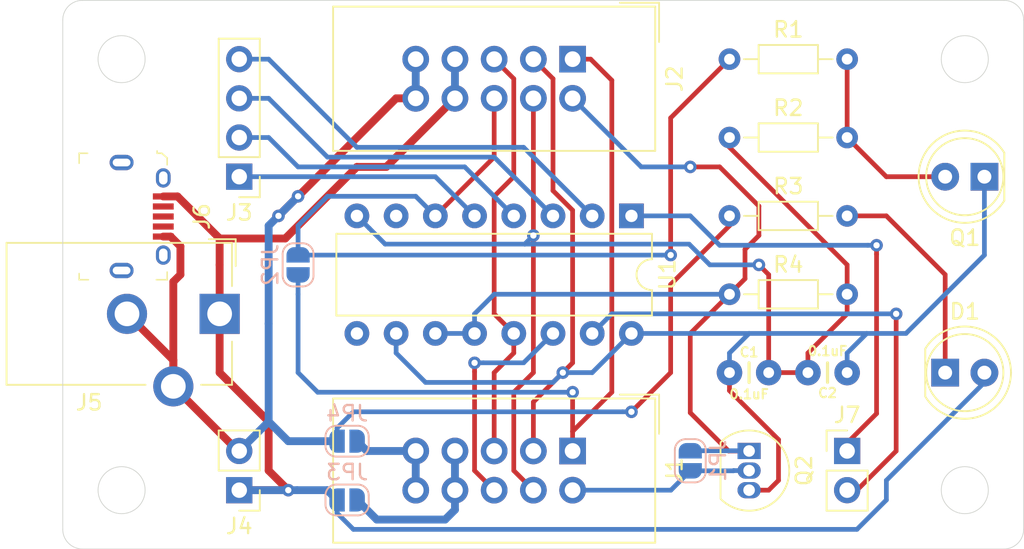
<source format=kicad_pcb>
(kicad_pcb (version 20171130) (host pcbnew "(5.1.2)-2")

  (general
    (thickness 1.6)
    (drawings 12)
    (tracks 221)
    (zones 0)
    (modules 21)
    (nets 22)
  )

  (page A4)
  (layers
    (0 F.Cu signal)
    (31 B.Cu signal)
    (36 B.SilkS user)
    (37 F.SilkS user)
    (38 B.Mask user)
    (39 F.Mask user)
    (44 Edge.Cuts user)
    (45 Margin user)
    (46 B.CrtYd user)
    (47 F.CrtYd user)
  )

  (setup
    (last_trace_width 0.508)
    (user_trace_width 0.3048)
    (user_trace_width 0.508)
    (trace_clearance 0.1524)
    (zone_clearance 0.508)
    (zone_45_only no)
    (trace_min 0.1524)
    (via_size 0.8128)
    (via_drill 0.4064)
    (via_min_size 0.508)
    (via_min_drill 0.254)
    (user_via 1.2192 0.8128)
    (uvia_size 0.8128)
    (uvia_drill 0.4064)
    (uvias_allowed no)
    (uvia_min_size 0.508)
    (uvia_min_drill 0.254)
    (edge_width 0.05)
    (segment_width 0.2)
    (pcb_text_width 0.3)
    (pcb_text_size 1.5 1.5)
    (mod_edge_width 0.12)
    (mod_text_size 1 1)
    (mod_text_width 0.15)
    (pad_size 1.524 1.524)
    (pad_drill 0.762)
    (pad_to_mask_clearance 0.0508)
    (solder_mask_min_width 0.1016)
    (aux_axis_origin 0 0)
    (visible_elements 7FFFFFFF)
    (pcbplotparams
      (layerselection 0x010fc_ffffffff)
      (usegerberextensions false)
      (usegerberattributes false)
      (usegerberadvancedattributes false)
      (creategerberjobfile false)
      (excludeedgelayer true)
      (linewidth 0.100000)
      (plotframeref false)
      (viasonmask false)
      (mode 1)
      (useauxorigin false)
      (hpglpennumber 1)
      (hpglpenspeed 20)
      (hpglpendiameter 15.000000)
      (psnegative false)
      (psa4output false)
      (plotreference true)
      (plotvalue true)
      (plotinvisibletext false)
      (padsonsilk false)
      (subtractmaskfromsilk false)
      (outputformat 1)
      (mirror false)
      (drillshape 1)
      (scaleselection 1)
      (outputdirectory ""))
  )

  (net 0 "")
  (net 1 /CLK)
  (net 2 /CLK_IN)
  (net 3 VCC)
  (net 4 GND)
  (net 5 /SER_IN)
  (net 6 /nOE)
  (net 7 /M3)
  (net 8 /M2)
  (net 9 /M1)
  (net 10 /M0)
  (net 11 +5V)
  (net 12 "Net-(D1-Pad1)")
  (net 13 Earth)
  (net 14 "Net-(J6-PadSH)")
  (net 15 "Net-(Q1-Pad2)")
  (net 16 /RETURN)
  (net 17 /SER_OUT)
  (net 18 /D0)
  (net 19 /D1)
  (net 20 /STEPPER_GND_IN)
  (net 21 /STEPPER_V_IN)

  (net_class Default "This is the default net class."
    (clearance 0.1524)
    (trace_width 0.1524)
    (via_dia 0.8128)
    (via_drill 0.4064)
    (uvia_dia 0.8128)
    (uvia_drill 0.4064)
    (add_net +5V)
    (add_net /CLK)
    (add_net /CLK_IN)
    (add_net /D0)
    (add_net /D1)
    (add_net /M0)
    (add_net /M1)
    (add_net /M2)
    (add_net /M3)
    (add_net /RETURN)
    (add_net /SER_IN)
    (add_net /SER_OUT)
    (add_net /STEPPER_GND_IN)
    (add_net /STEPPER_V_IN)
    (add_net /nOE)
    (add_net Earth)
    (add_net GND)
    (add_net "Net-(D1-Pad1)")
    (add_net "Net-(J6-Pad2)")
    (add_net "Net-(J6-Pad3)")
    (add_net "Net-(J6-Pad4)")
    (add_net "Net-(J6-PadSH)")
    (add_net "Net-(Q1-Pad2)")
    (add_net "Net-(U1-Pad7)")
    (add_net "Net-(U1-Pad9)")
    (add_net VCC)
  )

  (module Connector_IDC:IDC-Header_2x05_P2.54mm_Vertical (layer F.Cu) (tedit 59DE0611) (tstamp 5D10C73A)
    (at 107.95 134.62 270)
    (descr "Through hole straight IDC box header, 2x05, 2.54mm pitch, double rows")
    (tags "Through hole IDC box header THT 2x05 2.54mm double row")
    (path /5D1680CC)
    (fp_text reference J1 (at 1.27 -6.604 90) (layer F.SilkS)
      (effects (font (size 1 1) (thickness 0.15)))
    )
    (fp_text value IN (at 1.27 16.764 90) (layer F.Fab)
      (effects (font (size 1 1) (thickness 0.15)))
    )
    (fp_line (start -3.655 -5.6) (end -1.115 -5.6) (layer F.SilkS) (width 0.12))
    (fp_line (start -3.655 -5.6) (end -3.655 -3.06) (layer F.SilkS) (width 0.12))
    (fp_line (start -3.405 -5.35) (end 5.945 -5.35) (layer F.SilkS) (width 0.12))
    (fp_line (start -3.405 15.51) (end -3.405 -5.35) (layer F.SilkS) (width 0.12))
    (fp_line (start 5.945 15.51) (end -3.405 15.51) (layer F.SilkS) (width 0.12))
    (fp_line (start 5.945 -5.35) (end 5.945 15.51) (layer F.SilkS) (width 0.12))
    (fp_line (start -3.41 -5.35) (end 5.95 -5.35) (layer F.CrtYd) (width 0.05))
    (fp_line (start -3.41 15.51) (end -3.41 -5.35) (layer F.CrtYd) (width 0.05))
    (fp_line (start 5.95 15.51) (end -3.41 15.51) (layer F.CrtYd) (width 0.05))
    (fp_line (start 5.95 -5.35) (end 5.95 15.51) (layer F.CrtYd) (width 0.05))
    (fp_line (start -3.155 15.26) (end -2.605 14.7) (layer F.Fab) (width 0.1))
    (fp_line (start -3.155 -5.1) (end -2.605 -4.56) (layer F.Fab) (width 0.1))
    (fp_line (start 5.695 15.26) (end 5.145 14.7) (layer F.Fab) (width 0.1))
    (fp_line (start 5.695 -5.1) (end 5.145 -4.56) (layer F.Fab) (width 0.1))
    (fp_line (start 5.145 14.7) (end -2.605 14.7) (layer F.Fab) (width 0.1))
    (fp_line (start 5.695 15.26) (end -3.155 15.26) (layer F.Fab) (width 0.1))
    (fp_line (start 5.145 -4.56) (end -2.605 -4.56) (layer F.Fab) (width 0.1))
    (fp_line (start 5.695 -5.1) (end -3.155 -5.1) (layer F.Fab) (width 0.1))
    (fp_line (start -2.605 7.33) (end -3.155 7.33) (layer F.Fab) (width 0.1))
    (fp_line (start -2.605 2.83) (end -3.155 2.83) (layer F.Fab) (width 0.1))
    (fp_line (start -2.605 7.33) (end -2.605 14.7) (layer F.Fab) (width 0.1))
    (fp_line (start -2.605 -4.56) (end -2.605 2.83) (layer F.Fab) (width 0.1))
    (fp_line (start -3.155 -5.1) (end -3.155 15.26) (layer F.Fab) (width 0.1))
    (fp_line (start 5.145 -4.56) (end 5.145 14.7) (layer F.Fab) (width 0.1))
    (fp_line (start 5.695 -5.1) (end 5.695 15.26) (layer F.Fab) (width 0.1))
    (fp_text user %R (at 1.27 5.08 90) (layer F.Fab)
      (effects (font (size 1 1) (thickness 0.15)))
    )
    (pad 10 thru_hole oval (at 2.54 10.16 270) (size 1.7272 1.7272) (drill 1.016) (layers *.Cu *.Mask)
      (net 20 /STEPPER_GND_IN))
    (pad 9 thru_hole oval (at 0 10.16 270) (size 1.7272 1.7272) (drill 1.016) (layers *.Cu *.Mask)
      (net 20 /STEPPER_GND_IN))
    (pad 8 thru_hole oval (at 2.54 7.62 270) (size 1.7272 1.7272) (drill 1.016) (layers *.Cu *.Mask)
      (net 21 /STEPPER_V_IN))
    (pad 7 thru_hole oval (at 0 7.62 270) (size 1.7272 1.7272) (drill 1.016) (layers *.Cu *.Mask)
      (net 21 /STEPPER_V_IN))
    (pad 6 thru_hole oval (at 2.54 5.08 270) (size 1.7272 1.7272) (drill 1.016) (layers *.Cu *.Mask)
      (net 5 /SER_IN))
    (pad 5 thru_hole oval (at 0 5.08 270) (size 1.7272 1.7272) (drill 1.016) (layers *.Cu *.Mask)
      (net 6 /nOE))
    (pad 4 thru_hole oval (at 2.54 2.54 270) (size 1.7272 1.7272) (drill 1.016) (layers *.Cu *.Mask)
      (net 4 GND))
    (pad 3 thru_hole oval (at 0 2.54 270) (size 1.7272 1.7272) (drill 1.016) (layers *.Cu *.Mask)
      (net 3 VCC))
    (pad 2 thru_hole oval (at 2.54 0 270) (size 1.7272 1.7272) (drill 1.016) (layers *.Cu *.Mask)
      (net 2 /CLK_IN))
    (pad 1 thru_hole rect (at 0 0 270) (size 1.7272 1.7272) (drill 1.016) (layers *.Cu *.Mask)
      (net 16 /RETURN))
    (model ${KISYS3DMOD}/Connector_IDC.3dshapes/IDC-Header_2x05_P2.54mm_Vertical.wrl
      (at (xyz 0 0 0))
      (scale (xyz 1 1 1))
      (rotate (xyz 0 0 0))
    )
  )

  (module Jumper:SolderJumper-2_P1.3mm_Open_RoundedPad1.0x1.5mm (layer B.Cu) (tedit 5B391E66) (tstamp 5D5C587E)
    (at 93.345 133.985 180)
    (descr "SMD Solder Jumper, 1x1.5mm, rounded Pads, 0.3mm gap, open")
    (tags "solder jumper open")
    (path /5D63A03D)
    (attr virtual)
    (fp_text reference JP4 (at 0 1.8) (layer B.SilkS)
      (effects (font (size 1 1) (thickness 0.15)) (justify mirror))
    )
    (fp_text value "Stepper GND feed" (at 0 -1.9) (layer B.Fab)
      (effects (font (size 1 1) (thickness 0.15)) (justify mirror))
    )
    (fp_line (start 1.65 -1.25) (end -1.65 -1.25) (layer B.CrtYd) (width 0.05))
    (fp_line (start 1.65 -1.25) (end 1.65 1.25) (layer B.CrtYd) (width 0.05))
    (fp_line (start -1.65 1.25) (end -1.65 -1.25) (layer B.CrtYd) (width 0.05))
    (fp_line (start -1.65 1.25) (end 1.65 1.25) (layer B.CrtYd) (width 0.05))
    (fp_line (start -0.7 1) (end 0.7 1) (layer B.SilkS) (width 0.12))
    (fp_line (start 1.4 0.3) (end 1.4 -0.3) (layer B.SilkS) (width 0.12))
    (fp_line (start 0.7 -1) (end -0.7 -1) (layer B.SilkS) (width 0.12))
    (fp_line (start -1.4 -0.3) (end -1.4 0.3) (layer B.SilkS) (width 0.12))
    (fp_arc (start -0.7 0.3) (end -0.7 1) (angle 90) (layer B.SilkS) (width 0.12))
    (fp_arc (start -0.7 -0.3) (end -1.4 -0.3) (angle 90) (layer B.SilkS) (width 0.12))
    (fp_arc (start 0.7 -0.3) (end 0.7 -1) (angle 90) (layer B.SilkS) (width 0.12))
    (fp_arc (start 0.7 0.3) (end 1.4 0.3) (angle 90) (layer B.SilkS) (width 0.12))
    (pad 2 smd custom (at 0.65 0 180) (size 1 0.5) (layers B.Cu B.Mask)
      (net 13 Earth) (zone_connect 2)
      (options (clearance outline) (anchor rect))
      (primitives
        (gr_circle (center 0 -0.25) (end 0.5 -0.25) (width 0))
        (gr_circle (center 0 0.25) (end 0.5 0.25) (width 0))
        (gr_poly (pts
           (xy 0 0.75) (xy -0.5 0.75) (xy -0.5 -0.75) (xy 0 -0.75)) (width 0))
      ))
    (pad 1 smd custom (at -0.65 0 180) (size 1 0.5) (layers B.Cu B.Mask)
      (net 20 /STEPPER_GND_IN) (zone_connect 2)
      (options (clearance outline) (anchor rect))
      (primitives
        (gr_circle (center 0 -0.25) (end 0.5 -0.25) (width 0))
        (gr_circle (center 0 0.25) (end 0.5 0.25) (width 0))
        (gr_poly (pts
           (xy 0 0.75) (xy 0.5 0.75) (xy 0.5 -0.75) (xy 0 -0.75)) (width 0))
      ))
  )

  (module Jumper:SolderJumper-2_P1.3mm_Open_RoundedPad1.0x1.5mm (layer B.Cu) (tedit 5B391E66) (tstamp 5D5C4E4E)
    (at 93.345 137.795 180)
    (descr "SMD Solder Jumper, 1x1.5mm, rounded Pads, 0.3mm gap, open")
    (tags "solder jumper open")
    (path /5D619E95)
    (attr virtual)
    (fp_text reference JP3 (at 0 1.8) (layer B.SilkS)
      (effects (font (size 1 1) (thickness 0.15)) (justify mirror))
    )
    (fp_text value "Stepper +V feed" (at 0 -1.9) (layer B.Fab)
      (effects (font (size 1 1) (thickness 0.15)) (justify mirror))
    )
    (fp_line (start 1.65 -1.25) (end -1.65 -1.25) (layer B.CrtYd) (width 0.05))
    (fp_line (start 1.65 -1.25) (end 1.65 1.25) (layer B.CrtYd) (width 0.05))
    (fp_line (start -1.65 1.25) (end -1.65 -1.25) (layer B.CrtYd) (width 0.05))
    (fp_line (start -1.65 1.25) (end 1.65 1.25) (layer B.CrtYd) (width 0.05))
    (fp_line (start -0.7 1) (end 0.7 1) (layer B.SilkS) (width 0.12))
    (fp_line (start 1.4 0.3) (end 1.4 -0.3) (layer B.SilkS) (width 0.12))
    (fp_line (start 0.7 -1) (end -0.7 -1) (layer B.SilkS) (width 0.12))
    (fp_line (start -1.4 -0.3) (end -1.4 0.3) (layer B.SilkS) (width 0.12))
    (fp_arc (start -0.7 0.3) (end -0.7 1) (angle 90) (layer B.SilkS) (width 0.12))
    (fp_arc (start -0.7 -0.3) (end -1.4 -0.3) (angle 90) (layer B.SilkS) (width 0.12))
    (fp_arc (start 0.7 -0.3) (end 0.7 -1) (angle 90) (layer B.SilkS) (width 0.12))
    (fp_arc (start 0.7 0.3) (end 1.4 0.3) (angle 90) (layer B.SilkS) (width 0.12))
    (pad 2 smd custom (at 0.65 0 180) (size 1 0.5) (layers B.Cu B.Mask)
      (net 11 +5V) (zone_connect 2)
      (options (clearance outline) (anchor rect))
      (primitives
        (gr_circle (center 0 -0.25) (end 0.5 -0.25) (width 0))
        (gr_circle (center 0 0.25) (end 0.5 0.25) (width 0))
        (gr_poly (pts
           (xy 0 0.75) (xy -0.5 0.75) (xy -0.5 -0.75) (xy 0 -0.75)) (width 0))
      ))
    (pad 1 smd custom (at -0.65 0 180) (size 1 0.5) (layers B.Cu B.Mask)
      (net 21 /STEPPER_V_IN) (zone_connect 2)
      (options (clearance outline) (anchor rect))
      (primitives
        (gr_circle (center 0 -0.25) (end 0.5 -0.25) (width 0))
        (gr_circle (center 0 0.25) (end 0.5 0.25) (width 0))
        (gr_poly (pts
           (xy 0 0.75) (xy 0.5 0.75) (xy 0.5 -0.75) (xy 0 -0.75)) (width 0))
      ))
  )

  (module Connector_PinHeader_2.54mm:PinHeader_1x02_P2.54mm_Vertical (layer F.Cu) (tedit 59FED5CC) (tstamp 5D5C78AC)
    (at 125.73 134.62)
    (descr "Through hole straight pin header, 1x02, 2.54mm pitch, single row")
    (tags "Through hole pin header THT 1x02 2.54mm single row")
    (path /5D5F7F48)
    (fp_text reference J7 (at 0 -2.33) (layer F.SilkS)
      (effects (font (size 1 1) (thickness 0.15)))
    )
    (fp_text value "Digital outputs" (at 0 4.87) (layer F.Fab)
      (effects (font (size 1 1) (thickness 0.15)))
    )
    (fp_text user %R (at 0 1.27 90) (layer F.Fab)
      (effects (font (size 1 1) (thickness 0.15)))
    )
    (fp_line (start 1.8 -1.8) (end -1.8 -1.8) (layer F.CrtYd) (width 0.05))
    (fp_line (start 1.8 4.35) (end 1.8 -1.8) (layer F.CrtYd) (width 0.05))
    (fp_line (start -1.8 4.35) (end 1.8 4.35) (layer F.CrtYd) (width 0.05))
    (fp_line (start -1.8 -1.8) (end -1.8 4.35) (layer F.CrtYd) (width 0.05))
    (fp_line (start -1.33 -1.33) (end 0 -1.33) (layer F.SilkS) (width 0.12))
    (fp_line (start -1.33 0) (end -1.33 -1.33) (layer F.SilkS) (width 0.12))
    (fp_line (start -1.33 1.27) (end 1.33 1.27) (layer F.SilkS) (width 0.12))
    (fp_line (start 1.33 1.27) (end 1.33 3.87) (layer F.SilkS) (width 0.12))
    (fp_line (start -1.33 1.27) (end -1.33 3.87) (layer F.SilkS) (width 0.12))
    (fp_line (start -1.33 3.87) (end 1.33 3.87) (layer F.SilkS) (width 0.12))
    (fp_line (start -1.27 -0.635) (end -0.635 -1.27) (layer F.Fab) (width 0.1))
    (fp_line (start -1.27 3.81) (end -1.27 -0.635) (layer F.Fab) (width 0.1))
    (fp_line (start 1.27 3.81) (end -1.27 3.81) (layer F.Fab) (width 0.1))
    (fp_line (start 1.27 -1.27) (end 1.27 3.81) (layer F.Fab) (width 0.1))
    (fp_line (start -0.635 -1.27) (end 1.27 -1.27) (layer F.Fab) (width 0.1))
    (pad 2 thru_hole oval (at 0 2.54) (size 1.7 1.7) (drill 1) (layers *.Cu *.Mask)
      (net 19 /D1))
    (pad 1 thru_hole rect (at 0 0) (size 1.7 1.7) (drill 1) (layers *.Cu *.Mask)
      (net 18 /D0))
    (model ${KISYS3DMOD}/Connector_PinHeader_2.54mm.3dshapes/PinHeader_1x02_P2.54mm_Vertical.wrl
      (at (xyz 0 0 0))
      (scale (xyz 1 1 1))
      (rotate (xyz 0 0 0))
    )
  )

  (module Connector_PinHeader_2.54mm:PinHeader_1x04_P2.54mm_Vertical (layer F.Cu) (tedit 59FED5CC) (tstamp 5D0FD6AA)
    (at 86.36 116.84 180)
    (descr "Through hole straight pin header, 1x04, 2.54mm pitch, single row")
    (tags "Through hole pin header THT 1x04 2.54mm single row")
    (path /5D1B5B33)
    (fp_text reference J3 (at 0 -2.33) (layer F.SilkS)
      (effects (font (size 1 1) (thickness 0.15)))
    )
    (fp_text value "Stepper logic" (at -3.443991 3.769035 90) (layer F.Fab)
      (effects (font (size 1 1) (thickness 0.15)))
    )
    (fp_text user %R (at 0 3.81 90) (layer F.Fab)
      (effects (font (size 1 1) (thickness 0.15)))
    )
    (fp_line (start 1.8 -1.8) (end -1.8 -1.8) (layer F.CrtYd) (width 0.05))
    (fp_line (start 1.8 9.4) (end 1.8 -1.8) (layer F.CrtYd) (width 0.05))
    (fp_line (start -1.8 9.4) (end 1.8 9.4) (layer F.CrtYd) (width 0.05))
    (fp_line (start -1.8 -1.8) (end -1.8 9.4) (layer F.CrtYd) (width 0.05))
    (fp_line (start -1.33 -1.33) (end 0 -1.33) (layer F.SilkS) (width 0.12))
    (fp_line (start -1.33 0) (end -1.33 -1.33) (layer F.SilkS) (width 0.12))
    (fp_line (start -1.33 1.27) (end 1.33 1.27) (layer F.SilkS) (width 0.12))
    (fp_line (start 1.33 1.27) (end 1.33 8.95) (layer F.SilkS) (width 0.12))
    (fp_line (start -1.33 1.27) (end -1.33 8.95) (layer F.SilkS) (width 0.12))
    (fp_line (start -1.33 8.95) (end 1.33 8.95) (layer F.SilkS) (width 0.12))
    (fp_line (start -1.27 -0.635) (end -0.635 -1.27) (layer F.Fab) (width 0.1))
    (fp_line (start -1.27 8.89) (end -1.27 -0.635) (layer F.Fab) (width 0.1))
    (fp_line (start 1.27 8.89) (end -1.27 8.89) (layer F.Fab) (width 0.1))
    (fp_line (start 1.27 -1.27) (end 1.27 8.89) (layer F.Fab) (width 0.1))
    (fp_line (start -0.635 -1.27) (end 1.27 -1.27) (layer F.Fab) (width 0.1))
    (pad 4 thru_hole oval (at 0 7.62 180) (size 1.7 1.7) (drill 1) (layers *.Cu *.Mask)
      (net 7 /M3))
    (pad 3 thru_hole oval (at 0 5.08 180) (size 1.7 1.7) (drill 1) (layers *.Cu *.Mask)
      (net 8 /M2))
    (pad 2 thru_hole oval (at 0 2.54 180) (size 1.7 1.7) (drill 1) (layers *.Cu *.Mask)
      (net 9 /M1))
    (pad 1 thru_hole rect (at 0 0 180) (size 1.7 1.7) (drill 1) (layers *.Cu *.Mask)
      (net 10 /M0))
    (model ${KISYS3DMOD}/Connector_PinHeader_2.54mm.3dshapes/PinHeader_1x04_P2.54mm_Vertical.wrl
      (at (xyz 0 0 0))
      (scale (xyz 1 1 1))
      (rotate (xyz 0 0 0))
    )
  )

  (module Package_DIP:DIP-16_W7.62mm (layer F.Cu) (tedit 5A02E8C5) (tstamp 5D10C90D)
    (at 111.76 119.38 270)
    (descr "16-lead though-hole mounted DIP package, row spacing 7.62 mm (300 mils)")
    (tags "THT DIP DIL PDIP 2.54mm 7.62mm 300mil")
    (path /5D0F850A)
    (fp_text reference U1 (at 3.81 -2.33 90) (layer F.SilkS)
      (effects (font (size 1 1) (thickness 0.15)))
    )
    (fp_text value 74HC595 (at 3.81 20.11 90) (layer F.Fab)
      (effects (font (size 1 1) (thickness 0.15)))
    )
    (fp_arc (start 3.81 -1.33) (end 2.81 -1.33) (angle -180) (layer F.SilkS) (width 0.12))
    (fp_line (start 1.635 -1.27) (end 6.985 -1.27) (layer F.Fab) (width 0.1))
    (fp_line (start 6.985 -1.27) (end 6.985 19.05) (layer F.Fab) (width 0.1))
    (fp_line (start 6.985 19.05) (end 0.635 19.05) (layer F.Fab) (width 0.1))
    (fp_line (start 0.635 19.05) (end 0.635 -0.27) (layer F.Fab) (width 0.1))
    (fp_line (start 0.635 -0.27) (end 1.635 -1.27) (layer F.Fab) (width 0.1))
    (fp_line (start 2.81 -1.33) (end 1.16 -1.33) (layer F.SilkS) (width 0.12))
    (fp_line (start 1.16 -1.33) (end 1.16 19.11) (layer F.SilkS) (width 0.12))
    (fp_line (start 1.16 19.11) (end 6.46 19.11) (layer F.SilkS) (width 0.12))
    (fp_line (start 6.46 19.11) (end 6.46 -1.33) (layer F.SilkS) (width 0.12))
    (fp_line (start 6.46 -1.33) (end 4.81 -1.33) (layer F.SilkS) (width 0.12))
    (fp_line (start -1.1 -1.55) (end -1.1 19.3) (layer F.CrtYd) (width 0.05))
    (fp_line (start -1.1 19.3) (end 8.7 19.3) (layer F.CrtYd) (width 0.05))
    (fp_line (start 8.7 19.3) (end 8.7 -1.55) (layer F.CrtYd) (width 0.05))
    (fp_line (start 8.7 -1.55) (end -1.1 -1.55) (layer F.CrtYd) (width 0.05))
    (fp_text user %R (at 3.81 8.89 90) (layer F.Fab)
      (effects (font (size 1 1) (thickness 0.15)))
    )
    (pad 1 thru_hole rect (at 0 0 270) (size 1.6 1.6) (drill 0.8) (layers *.Cu *.Mask)
      (net 18 /D0))
    (pad 9 thru_hole oval (at 7.62 17.78 270) (size 1.6 1.6) (drill 0.8) (layers *.Cu *.Mask))
    (pad 2 thru_hole oval (at 0 2.54 270) (size 1.6 1.6) (drill 0.8) (layers *.Cu *.Mask)
      (net 7 /M3))
    (pad 10 thru_hole oval (at 7.62 15.24 270) (size 1.6 1.6) (drill 0.8) (layers *.Cu *.Mask)
      (net 3 VCC))
    (pad 3 thru_hole oval (at 0 5.08 270) (size 1.6 1.6) (drill 0.8) (layers *.Cu *.Mask)
      (net 8 /M2))
    (pad 11 thru_hole oval (at 7.62 12.7 270) (size 1.6 1.6) (drill 0.8) (layers *.Cu *.Mask)
      (net 1 /CLK))
    (pad 4 thru_hole oval (at 0 7.62 270) (size 1.6 1.6) (drill 0.8) (layers *.Cu *.Mask)
      (net 9 /M1))
    (pad 12 thru_hole oval (at 7.62 10.16 270) (size 1.6 1.6) (drill 0.8) (layers *.Cu *.Mask)
      (net 1 /CLK))
    (pad 5 thru_hole oval (at 0 10.16 270) (size 1.6 1.6) (drill 0.8) (layers *.Cu *.Mask)
      (net 10 /M0))
    (pad 13 thru_hole oval (at 7.62 7.62 270) (size 1.6 1.6) (drill 0.8) (layers *.Cu *.Mask)
      (net 6 /nOE))
    (pad 6 thru_hole oval (at 0 12.7 270) (size 1.6 1.6) (drill 0.8) (layers *.Cu *.Mask)
      (net 17 /SER_OUT))
    (pad 14 thru_hole oval (at 7.62 5.08 270) (size 1.6 1.6) (drill 0.8) (layers *.Cu *.Mask)
      (net 5 /SER_IN))
    (pad 7 thru_hole oval (at 0 15.24 270) (size 1.6 1.6) (drill 0.8) (layers *.Cu *.Mask))
    (pad 15 thru_hole oval (at 7.62 2.54 270) (size 1.6 1.6) (drill 0.8) (layers *.Cu *.Mask)
      (net 19 /D1))
    (pad 8 thru_hole oval (at 0 17.78 270) (size 1.6 1.6) (drill 0.8) (layers *.Cu *.Mask)
      (net 4 GND))
    (pad 16 thru_hole oval (at 7.62 0 270) (size 1.6 1.6) (drill 0.8) (layers *.Cu *.Mask)
      (net 3 VCC))
    (model ${KISYS3DMOD}/Package_DIP.3dshapes/DIP-16_W7.62mm.wrl
      (at (xyz 0 0 0))
      (scale (xyz 1 1 1))
      (rotate (xyz 0 0 0))
    )
  )

  (module LED_THT:LED_D5.0mm_Clear (layer F.Cu) (tedit 5A6C9BC0) (tstamp 5D10C7DE)
    (at 132.08 129.54)
    (descr "LED, diameter 5.0mm, 2 pins, http://cdn-reichelt.de/documents/datenblatt/A500/LL-504BC2E-009.pdf")
    (tags "LED diameter 5.0mm 2 pins")
    (path /5D0FB020)
    (fp_text reference D1 (at 1.27 -3.96) (layer F.SilkS)
      (effects (font (size 1 1) (thickness 0.15)))
    )
    (fp_text value "IR LED" (at 1.27 3.96) (layer F.Fab)
      (effects (font (size 1 1) (thickness 0.15)))
    )
    (fp_arc (start 1.27 0) (end -1.29 1.54483) (angle -148.9) (layer F.SilkS) (width 0.12))
    (fp_arc (start 1.27 0) (end -1.29 -1.54483) (angle 148.9) (layer F.SilkS) (width 0.12))
    (fp_arc (start 1.27 0) (end -1.23 -1.469694) (angle 299.1) (layer F.Fab) (width 0.1))
    (fp_circle (center 1.27 0) (end 3.77 0) (layer F.SilkS) (width 0.12))
    (fp_circle (center 1.27 0) (end 3.77 0) (layer F.Fab) (width 0.1))
    (fp_line (start 4.5 -3.25) (end -1.95 -3.25) (layer F.CrtYd) (width 0.05))
    (fp_line (start 4.5 3.25) (end 4.5 -3.25) (layer F.CrtYd) (width 0.05))
    (fp_line (start -1.95 3.25) (end 4.5 3.25) (layer F.CrtYd) (width 0.05))
    (fp_line (start -1.95 -3.25) (end -1.95 3.25) (layer F.CrtYd) (width 0.05))
    (fp_line (start -1.29 -1.545) (end -1.29 1.545) (layer F.SilkS) (width 0.12))
    (fp_line (start -1.23 -1.469694) (end -1.23 1.469694) (layer F.Fab) (width 0.1))
    (fp_text user %R (at 1.25 0) (layer F.Fab)
      (effects (font (size 0.8 0.8) (thickness 0.2)))
    )
    (pad 2 thru_hole circle (at 2.54 0) (size 1.8 1.8) (drill 0.9) (layers *.Cu *.Mask)
      (net 11 +5V))
    (pad 1 thru_hole rect (at 0 0) (size 1.8 1.8) (drill 0.9) (layers *.Cu *.Mask)
      (net 12 "Net-(D1-Pad1)"))
    (model ${KISYS3DMOD}/LED_THT.3dshapes/LED_D5.0mm_Clear.wrl
      (at (xyz 0 0 0))
      (scale (xyz 1 1 1))
      (rotate (xyz 0 0 0))
    )
  )

  (module Jumper:SolderJumper-2_P1.3mm_Open_RoundedPad1.0x1.5mm (layer B.Cu) (tedit 5B391E66) (tstamp 5D5C70DD)
    (at 90.17 122.555 270)
    (descr "SMD Solder Jumper, 1x1.5mm, rounded Pads, 0.3mm gap, open")
    (tags "solder jumper open")
    (path /5D1A4B0D)
    (attr virtual)
    (fp_text reference JP2 (at 0 1.8 90) (layer B.SilkS)
      (effects (font (size 1 1) (thickness 0.15)) (justify mirror))
    )
    (fp_text value "Data return" (at 0 -1.9 90) (layer B.Fab)
      (effects (font (size 1 1) (thickness 0.15)) (justify mirror))
    )
    (fp_line (start 1.65 -1.25) (end -1.65 -1.25) (layer B.CrtYd) (width 0.05))
    (fp_line (start 1.65 -1.25) (end 1.65 1.25) (layer B.CrtYd) (width 0.05))
    (fp_line (start -1.65 1.25) (end -1.65 -1.25) (layer B.CrtYd) (width 0.05))
    (fp_line (start -1.65 1.25) (end 1.65 1.25) (layer B.CrtYd) (width 0.05))
    (fp_line (start -0.7 1) (end 0.7 1) (layer B.SilkS) (width 0.12))
    (fp_line (start 1.4 0.3) (end 1.4 -0.3) (layer B.SilkS) (width 0.12))
    (fp_line (start 0.7 -1) (end -0.7 -1) (layer B.SilkS) (width 0.12))
    (fp_line (start -1.4 -0.3) (end -1.4 0.3) (layer B.SilkS) (width 0.12))
    (fp_arc (start -0.7 0.3) (end -0.7 1) (angle 90) (layer B.SilkS) (width 0.12))
    (fp_arc (start -0.7 -0.3) (end -1.4 -0.3) (angle 90) (layer B.SilkS) (width 0.12))
    (fp_arc (start 0.7 -0.3) (end 0.7 -1) (angle 90) (layer B.SilkS) (width 0.12))
    (fp_arc (start 0.7 0.3) (end 1.4 0.3) (angle 90) (layer B.SilkS) (width 0.12))
    (pad 2 smd custom (at 0.65 0 270) (size 1 0.5) (layers B.Cu B.Mask)
      (net 16 /RETURN) (zone_connect 2)
      (options (clearance outline) (anchor rect))
      (primitives
        (gr_circle (center 0 -0.25) (end 0.5 -0.25) (width 0))
        (gr_circle (center 0 0.25) (end 0.5 0.25) (width 0))
        (gr_poly (pts
           (xy 0 0.75) (xy -0.5 0.75) (xy -0.5 -0.75) (xy 0 -0.75)) (width 0))
      ))
    (pad 1 smd custom (at -0.65 0 270) (size 1 0.5) (layers B.Cu B.Mask)
      (net 17 /SER_OUT) (zone_connect 2)
      (options (clearance outline) (anchor rect))
      (primitives
        (gr_circle (center 0 -0.25) (end 0.5 -0.25) (width 0))
        (gr_circle (center 0 0.25) (end 0.5 0.25) (width 0))
        (gr_poly (pts
           (xy 0 0.75) (xy 0.5 0.75) (xy 0.5 -0.75) (xy 0 -0.75)) (width 0))
      ))
  )

  (module digikey-footprints:USB_Micro_B_Female_10118194-0001LF (layer F.Cu) (tedit 5B07215D) (tstamp 5D1065E5)
    (at 81.44 119.42 270)
    (descr http://portal.fciconnect.com/Comergent//fci/drawing/10118194.pdf)
    (path /5D143180)
    (fp_text reference J6 (at 0 -2.5 90) (layer F.SilkS)
      (effects (font (size 1 1) (thickness 0.15)))
    )
    (fp_text value "Stepper power" (at 0 7 90) (layer F.Fab)
      (effects (font (size 1 1) (thickness 0.15)))
    )
    (fp_line (start 4.5 5.75) (end 4.5 -1) (layer F.CrtYd) (width 0.05))
    (fp_line (start -4.5 5.75) (end 4.5 5.75) (layer F.CrtYd) (width 0.05))
    (fp_line (start -4.5 5.75) (end -4.5 -1) (layer F.CrtYd) (width 0.05))
    (fp_line (start -4.5 -1) (end 4.5 -1) (layer F.CrtYd) (width 0.05))
    (fp_line (start -4.1 4.9) (end -4.1 5.45) (layer F.SilkS) (width 0.1))
    (fp_line (start -4.1 5.45) (end -3.45 5.45) (layer F.SilkS) (width 0.1))
    (fp_line (start 4.1 4.85) (end 4.1 5.45) (layer F.SilkS) (width 0.1))
    (fp_line (start 4.1 5.45) (end 3.7 5.45) (layer F.SilkS) (width 0.1))
    (fp_line (start 3.6 -0.25) (end 4.1 -0.25) (layer F.SilkS) (width 0.1))
    (fp_line (start 4.1 -0.25) (end 4.1 0.45) (layer F.SilkS) (width 0.1))
    (fp_line (start -3.35 -0.25) (end -3.8 -0.25) (layer F.SilkS) (width 0.1))
    (fp_line (start -3.8 -0.25) (end -4.1 0.1) (layer F.SilkS) (width 0.1))
    (fp_line (start -4.1 0.1) (end -4.1 0.4) (layer F.SilkS) (width 0.1))
    (fp_line (start -4.1 0.4) (end -4.25 0.4) (layer F.SilkS) (width 0.1))
    (fp_line (start -4.03 5.38) (end -4.02 0.23) (layer F.Fab) (width 0.1))
    (fp_line (start 4.02 -0.15) (end -3.71 -0.15) (layer F.Fab) (width 0.1))
    (fp_line (start -4.02 0.23) (end -3.71 -0.15) (layer F.Fab) (width 0.1))
    (fp_text user %R (at 0 2.84 90) (layer F.Fab)
      (effects (font (size 1 1) (thickness 0.15)))
    )
    (fp_line (start -4.025 5.38) (end 4.025 5.38) (layer F.Fab) (width 0.1))
    (fp_line (start 4.025 5.38) (end 4.025 -0.15) (layer F.Fab) (width 0.1))
    (pad 3 smd rect (at 0 0 270) (size 0.4 1.35) (layers F.Cu F.Paste F.Mask))
    (pad 4 smd rect (at 0.65 0 270) (size 0.4 1.35) (layers F.Cu F.Paste F.Mask))
    (pad 5 smd rect (at 1.3 0 270) (size 0.4 1.35) (layers F.Cu F.Paste F.Mask)
      (net 13 Earth))
    (pad 2 smd rect (at -0.65 0 270) (size 0.4 1.35) (layers F.Cu F.Paste F.Mask))
    (pad 1 smd rect (at -1.3 0 270) (size 0.4 1.35) (layers F.Cu F.Paste F.Mask)
      (net 11 +5V))
    (pad SH thru_hole oval (at 2.5 0 270) (size 1.25 0.95) (drill oval 0.85 0.55) (layers *.Cu *.Mask)
      (net 14 "Net-(J6-PadSH)"))
    (pad SH thru_hole oval (at -2.5 0 270) (size 1.25 0.95) (drill oval 0.85 0.55) (layers *.Cu *.Mask)
      (net 14 "Net-(J6-PadSH)"))
    (pad SH thru_hole oval (at -3.5 2.7 270) (size 1 1.55) (drill oval 0.5 1.15) (layers *.Cu *.Mask)
      (net 14 "Net-(J6-PadSH)"))
    (pad SH thru_hole oval (at 3.5 2.7 270) (size 1 1.55) (drill oval 0.5 1.15) (layers *.Cu *.Mask)
      (net 14 "Net-(J6-PadSH)"))
  )

  (module Connector_IDC:IDC-Header_2x05_P2.54mm_Vertical (layer F.Cu) (tedit 59DE0611) (tstamp 5D10C5D8)
    (at 107.95 109.22 270)
    (descr "Through hole straight IDC box header, 2x05, 2.54mm pitch, double rows")
    (tags "Through hole IDC box header THT 2x05 2.54mm double row")
    (path /5D138930)
    (fp_text reference J2 (at 1.27 -6.604 90) (layer F.SilkS)
      (effects (font (size 1 1) (thickness 0.15)))
    )
    (fp_text value OUT (at 1.27 16.764 90) (layer F.Fab)
      (effects (font (size 1 1) (thickness 0.15)))
    )
    (fp_text user %R (at 1.27 5.08 90) (layer F.Fab)
      (effects (font (size 1 1) (thickness 0.15)))
    )
    (fp_line (start 5.695 -5.1) (end 5.695 15.26) (layer F.Fab) (width 0.1))
    (fp_line (start 5.145 -4.56) (end 5.145 14.7) (layer F.Fab) (width 0.1))
    (fp_line (start -3.155 -5.1) (end -3.155 15.26) (layer F.Fab) (width 0.1))
    (fp_line (start -2.605 -4.56) (end -2.605 2.83) (layer F.Fab) (width 0.1))
    (fp_line (start -2.605 7.33) (end -2.605 14.7) (layer F.Fab) (width 0.1))
    (fp_line (start -2.605 2.83) (end -3.155 2.83) (layer F.Fab) (width 0.1))
    (fp_line (start -2.605 7.33) (end -3.155 7.33) (layer F.Fab) (width 0.1))
    (fp_line (start 5.695 -5.1) (end -3.155 -5.1) (layer F.Fab) (width 0.1))
    (fp_line (start 5.145 -4.56) (end -2.605 -4.56) (layer F.Fab) (width 0.1))
    (fp_line (start 5.695 15.26) (end -3.155 15.26) (layer F.Fab) (width 0.1))
    (fp_line (start 5.145 14.7) (end -2.605 14.7) (layer F.Fab) (width 0.1))
    (fp_line (start 5.695 -5.1) (end 5.145 -4.56) (layer F.Fab) (width 0.1))
    (fp_line (start 5.695 15.26) (end 5.145 14.7) (layer F.Fab) (width 0.1))
    (fp_line (start -3.155 -5.1) (end -2.605 -4.56) (layer F.Fab) (width 0.1))
    (fp_line (start -3.155 15.26) (end -2.605 14.7) (layer F.Fab) (width 0.1))
    (fp_line (start 5.95 -5.35) (end 5.95 15.51) (layer F.CrtYd) (width 0.05))
    (fp_line (start 5.95 15.51) (end -3.41 15.51) (layer F.CrtYd) (width 0.05))
    (fp_line (start -3.41 15.51) (end -3.41 -5.35) (layer F.CrtYd) (width 0.05))
    (fp_line (start -3.41 -5.35) (end 5.95 -5.35) (layer F.CrtYd) (width 0.05))
    (fp_line (start 5.945 -5.35) (end 5.945 15.51) (layer F.SilkS) (width 0.12))
    (fp_line (start 5.945 15.51) (end -3.405 15.51) (layer F.SilkS) (width 0.12))
    (fp_line (start -3.405 15.51) (end -3.405 -5.35) (layer F.SilkS) (width 0.12))
    (fp_line (start -3.405 -5.35) (end 5.945 -5.35) (layer F.SilkS) (width 0.12))
    (fp_line (start -3.655 -5.6) (end -3.655 -3.06) (layer F.SilkS) (width 0.12))
    (fp_line (start -3.655 -5.6) (end -1.115 -5.6) (layer F.SilkS) (width 0.12))
    (pad 1 thru_hole rect (at 0 0 270) (size 1.7272 1.7272) (drill 1.016) (layers *.Cu *.Mask)
      (net 16 /RETURN))
    (pad 2 thru_hole oval (at 2.54 0 270) (size 1.7272 1.7272) (drill 1.016) (layers *.Cu *.Mask)
      (net 1 /CLK))
    (pad 3 thru_hole oval (at 0 2.54 270) (size 1.7272 1.7272) (drill 1.016) (layers *.Cu *.Mask)
      (net 3 VCC))
    (pad 4 thru_hole oval (at 2.54 2.54 270) (size 1.7272 1.7272) (drill 1.016) (layers *.Cu *.Mask)
      (net 4 GND))
    (pad 5 thru_hole oval (at 0 5.08 270) (size 1.7272 1.7272) (drill 1.016) (layers *.Cu *.Mask)
      (net 6 /nOE))
    (pad 6 thru_hole oval (at 2.54 5.08 270) (size 1.7272 1.7272) (drill 1.016) (layers *.Cu *.Mask)
      (net 17 /SER_OUT))
    (pad 7 thru_hole oval (at 0 7.62 270) (size 1.7272 1.7272) (drill 1.016) (layers *.Cu *.Mask)
      (net 11 +5V))
    (pad 8 thru_hole oval (at 2.54 7.62 270) (size 1.7272 1.7272) (drill 1.016) (layers *.Cu *.Mask)
      (net 11 +5V))
    (pad 9 thru_hole oval (at 0 10.16 270) (size 1.7272 1.7272) (drill 1.016) (layers *.Cu *.Mask)
      (net 13 Earth))
    (pad 10 thru_hole oval (at 2.54 10.16 270) (size 1.7272 1.7272) (drill 1.016) (layers *.Cu *.Mask)
      (net 13 Earth))
    (model ${KISYS3DMOD}/Connector_IDC.3dshapes/IDC-Header_2x05_P2.54mm_Vertical.wrl
      (at (xyz 0 0 0))
      (scale (xyz 1 1 1))
      (rotate (xyz 0 0 0))
    )
  )

  (module Resistor_THT:R_Axial_DIN0204_L3.6mm_D1.6mm_P7.62mm_Horizontal (layer F.Cu) (tedit 5AE5139B) (tstamp 5D10C97B)
    (at 118.11 109.22)
    (descr "Resistor, Axial_DIN0204 series, Axial, Horizontal, pin pitch=7.62mm, 0.167W, length*diameter=3.6*1.6mm^2, http://cdn-reichelt.de/documents/datenblatt/B400/1_4W%23YAG.pdf")
    (tags "Resistor Axial_DIN0204 series Axial Horizontal pin pitch 7.62mm 0.167W length 3.6mm diameter 1.6mm")
    (path /5D1008DB)
    (fp_text reference R1 (at 3.81 -1.92) (layer F.SilkS)
      (effects (font (size 1 1) (thickness 0.15)))
    )
    (fp_text value 10K (at 3.81 1.92) (layer F.Fab)
      (effects (font (size 1 1) (thickness 0.15)))
    )
    (fp_text user %R (at 3.81 0) (layer F.Fab)
      (effects (font (size 0.72 0.72) (thickness 0.108)))
    )
    (fp_line (start 8.57 -1.05) (end -0.95 -1.05) (layer F.CrtYd) (width 0.05))
    (fp_line (start 8.57 1.05) (end 8.57 -1.05) (layer F.CrtYd) (width 0.05))
    (fp_line (start -0.95 1.05) (end 8.57 1.05) (layer F.CrtYd) (width 0.05))
    (fp_line (start -0.95 -1.05) (end -0.95 1.05) (layer F.CrtYd) (width 0.05))
    (fp_line (start 6.68 0) (end 5.73 0) (layer F.SilkS) (width 0.12))
    (fp_line (start 0.94 0) (end 1.89 0) (layer F.SilkS) (width 0.12))
    (fp_line (start 5.73 -0.92) (end 1.89 -0.92) (layer F.SilkS) (width 0.12))
    (fp_line (start 5.73 0.92) (end 5.73 -0.92) (layer F.SilkS) (width 0.12))
    (fp_line (start 1.89 0.92) (end 5.73 0.92) (layer F.SilkS) (width 0.12))
    (fp_line (start 1.89 -0.92) (end 1.89 0.92) (layer F.SilkS) (width 0.12))
    (fp_line (start 7.62 0) (end 5.61 0) (layer F.Fab) (width 0.1))
    (fp_line (start 0 0) (end 2.01 0) (layer F.Fab) (width 0.1))
    (fp_line (start 5.61 -0.8) (end 2.01 -0.8) (layer F.Fab) (width 0.1))
    (fp_line (start 5.61 0.8) (end 5.61 -0.8) (layer F.Fab) (width 0.1))
    (fp_line (start 2.01 0.8) (end 5.61 0.8) (layer F.Fab) (width 0.1))
    (fp_line (start 2.01 -0.8) (end 2.01 0.8) (layer F.Fab) (width 0.1))
    (pad 2 thru_hole oval (at 7.62 0) (size 1.4 1.4) (drill 0.7) (layers *.Cu *.Mask)
      (net 15 "Net-(Q1-Pad2)"))
    (pad 1 thru_hole circle (at 0 0) (size 1.4 1.4) (drill 0.7) (layers *.Cu *.Mask)
      (net 17 /SER_OUT))
    (model ${KISYS3DMOD}/Resistor_THT.3dshapes/R_Axial_DIN0204_L3.6mm_D1.6mm_P7.62mm_Horizontal.wrl
      (at (xyz 0 0 0))
      (scale (xyz 1 1 1))
      (rotate (xyz 0 0 0))
    )
  )

  (module Resistor_THT:R_Axial_DIN0204_L3.6mm_D1.6mm_P7.62mm_Horizontal (layer F.Cu) (tedit 5AE5139B) (tstamp 5D10C9BD)
    (at 118.11 114.3)
    (descr "Resistor, Axial_DIN0204 series, Axial, Horizontal, pin pitch=7.62mm, 0.167W, length*diameter=3.6*1.6mm^2, http://cdn-reichelt.de/documents/datenblatt/B400/1_4W%23YAG.pdf")
    (tags "Resistor Axial_DIN0204 series Axial Horizontal pin pitch 7.62mm 0.167W length 3.6mm diameter 1.6mm")
    (path /5D100185)
    (fp_text reference R2 (at 3.81 -1.92) (layer F.SilkS)
      (effects (font (size 1 1) (thickness 0.15)))
    )
    (fp_text value 10K (at 3.81 1.92) (layer F.Fab)
      (effects (font (size 1 1) (thickness 0.15)))
    )
    (fp_text user %R (at 3.81 0) (layer F.Fab)
      (effects (font (size 0.72 0.72) (thickness 0.108)))
    )
    (fp_line (start 8.57 -1.05) (end -0.95 -1.05) (layer F.CrtYd) (width 0.05))
    (fp_line (start 8.57 1.05) (end 8.57 -1.05) (layer F.CrtYd) (width 0.05))
    (fp_line (start -0.95 1.05) (end 8.57 1.05) (layer F.CrtYd) (width 0.05))
    (fp_line (start -0.95 -1.05) (end -0.95 1.05) (layer F.CrtYd) (width 0.05))
    (fp_line (start 6.68 0) (end 5.73 0) (layer F.SilkS) (width 0.12))
    (fp_line (start 0.94 0) (end 1.89 0) (layer F.SilkS) (width 0.12))
    (fp_line (start 5.73 -0.92) (end 1.89 -0.92) (layer F.SilkS) (width 0.12))
    (fp_line (start 5.73 0.92) (end 5.73 -0.92) (layer F.SilkS) (width 0.12))
    (fp_line (start 1.89 0.92) (end 5.73 0.92) (layer F.SilkS) (width 0.12))
    (fp_line (start 1.89 -0.92) (end 1.89 0.92) (layer F.SilkS) (width 0.12))
    (fp_line (start 7.62 0) (end 5.61 0) (layer F.Fab) (width 0.1))
    (fp_line (start 0 0) (end 2.01 0) (layer F.Fab) (width 0.1))
    (fp_line (start 5.61 -0.8) (end 2.01 -0.8) (layer F.Fab) (width 0.1))
    (fp_line (start 5.61 0.8) (end 5.61 -0.8) (layer F.Fab) (width 0.1))
    (fp_line (start 2.01 0.8) (end 5.61 0.8) (layer F.Fab) (width 0.1))
    (fp_line (start 2.01 -0.8) (end 2.01 0.8) (layer F.Fab) (width 0.1))
    (pad 2 thru_hole oval (at 7.62 0) (size 1.4 1.4) (drill 0.7) (layers *.Cu *.Mask)
      (net 15 "Net-(Q1-Pad2)"))
    (pad 1 thru_hole circle (at 0 0) (size 1.4 1.4) (drill 0.7) (layers *.Cu *.Mask)
      (net 4 GND))
    (model ${KISYS3DMOD}/Resistor_THT.3dshapes/R_Axial_DIN0204_L3.6mm_D1.6mm_P7.62mm_Horizontal.wrl
      (at (xyz 0 0 0))
      (scale (xyz 1 1 1))
      (rotate (xyz 0 0 0))
    )
  )

  (module Resistor_THT:R_Axial_DIN0204_L3.6mm_D1.6mm_P7.62mm_Horizontal (layer F.Cu) (tedit 5AE5139B) (tstamp 5D10C87C)
    (at 118.11 119.38)
    (descr "Resistor, Axial_DIN0204 series, Axial, Horizontal, pin pitch=7.62mm, 0.167W, length*diameter=3.6*1.6mm^2, http://cdn-reichelt.de/documents/datenblatt/B400/1_4W%23YAG.pdf")
    (tags "Resistor Axial_DIN0204 series Axial Horizontal pin pitch 7.62mm 0.167W length 3.6mm diameter 1.6mm")
    (path /5D0FF86E)
    (fp_text reference R3 (at 3.81 -1.92) (layer F.SilkS)
      (effects (font (size 1 1) (thickness 0.15)))
    )
    (fp_text value 470R (at 3.81 1.92) (layer F.Fab)
      (effects (font (size 1 1) (thickness 0.15)))
    )
    (fp_text user %R (at 3.81 0) (layer F.Fab)
      (effects (font (size 0.72 0.72) (thickness 0.108)))
    )
    (fp_line (start 8.57 -1.05) (end -0.95 -1.05) (layer F.CrtYd) (width 0.05))
    (fp_line (start 8.57 1.05) (end 8.57 -1.05) (layer F.CrtYd) (width 0.05))
    (fp_line (start -0.95 1.05) (end 8.57 1.05) (layer F.CrtYd) (width 0.05))
    (fp_line (start -0.95 -1.05) (end -0.95 1.05) (layer F.CrtYd) (width 0.05))
    (fp_line (start 6.68 0) (end 5.73 0) (layer F.SilkS) (width 0.12))
    (fp_line (start 0.94 0) (end 1.89 0) (layer F.SilkS) (width 0.12))
    (fp_line (start 5.73 -0.92) (end 1.89 -0.92) (layer F.SilkS) (width 0.12))
    (fp_line (start 5.73 0.92) (end 5.73 -0.92) (layer F.SilkS) (width 0.12))
    (fp_line (start 1.89 0.92) (end 5.73 0.92) (layer F.SilkS) (width 0.12))
    (fp_line (start 1.89 -0.92) (end 1.89 0.92) (layer F.SilkS) (width 0.12))
    (fp_line (start 7.62 0) (end 5.61 0) (layer F.Fab) (width 0.1))
    (fp_line (start 0 0) (end 2.01 0) (layer F.Fab) (width 0.1))
    (fp_line (start 5.61 -0.8) (end 2.01 -0.8) (layer F.Fab) (width 0.1))
    (fp_line (start 5.61 0.8) (end 5.61 -0.8) (layer F.Fab) (width 0.1))
    (fp_line (start 2.01 0.8) (end 5.61 0.8) (layer F.Fab) (width 0.1))
    (fp_line (start 2.01 -0.8) (end 2.01 0.8) (layer F.Fab) (width 0.1))
    (pad 2 thru_hole oval (at 7.62 0) (size 1.4 1.4) (drill 0.7) (layers *.Cu *.Mask)
      (net 12 "Net-(D1-Pad1)"))
    (pad 1 thru_hole circle (at 0 0) (size 1.4 1.4) (drill 0.7) (layers *.Cu *.Mask)
      (net 13 Earth))
    (model ${KISYS3DMOD}/Resistor_THT.3dshapes/R_Axial_DIN0204_L3.6mm_D1.6mm_P7.62mm_Horizontal.wrl
      (at (xyz 0 0 0))
      (scale (xyz 1 1 1))
      (rotate (xyz 0 0 0))
    )
  )

  (module Resistor_THT:R_Axial_DIN0204_L3.6mm_D1.6mm_P7.62mm_Horizontal (layer F.Cu) (tedit 5AE5139B) (tstamp 5D10C8BE)
    (at 118.11 124.46)
    (descr "Resistor, Axial_DIN0204 series, Axial, Horizontal, pin pitch=7.62mm, 0.167W, length*diameter=3.6*1.6mm^2, http://cdn-reichelt.de/documents/datenblatt/B400/1_4W%23YAG.pdf")
    (tags "Resistor Axial_DIN0204 series Axial Horizontal pin pitch 7.62mm 0.167W length 3.6mm diameter 1.6mm")
    (path /5D14B62B)
    (fp_text reference R4 (at 3.81 -1.92) (layer F.SilkS)
      (effects (font (size 1 1) (thickness 0.15)))
    )
    (fp_text value 330R (at 3.81 1.92) (layer F.Fab)
      (effects (font (size 1 1) (thickness 0.15)))
    )
    (fp_text user %R (at 3.81 0) (layer F.Fab)
      (effects (font (size 0.72 0.72) (thickness 0.108)))
    )
    (fp_line (start 8.57 -1.05) (end -0.95 -1.05) (layer F.CrtYd) (width 0.05))
    (fp_line (start 8.57 1.05) (end 8.57 -1.05) (layer F.CrtYd) (width 0.05))
    (fp_line (start -0.95 1.05) (end 8.57 1.05) (layer F.CrtYd) (width 0.05))
    (fp_line (start -0.95 -1.05) (end -0.95 1.05) (layer F.CrtYd) (width 0.05))
    (fp_line (start 6.68 0) (end 5.73 0) (layer F.SilkS) (width 0.12))
    (fp_line (start 0.94 0) (end 1.89 0) (layer F.SilkS) (width 0.12))
    (fp_line (start 5.73 -0.92) (end 1.89 -0.92) (layer F.SilkS) (width 0.12))
    (fp_line (start 5.73 0.92) (end 5.73 -0.92) (layer F.SilkS) (width 0.12))
    (fp_line (start 1.89 0.92) (end 5.73 0.92) (layer F.SilkS) (width 0.12))
    (fp_line (start 1.89 -0.92) (end 1.89 0.92) (layer F.SilkS) (width 0.12))
    (fp_line (start 7.62 0) (end 5.61 0) (layer F.Fab) (width 0.1))
    (fp_line (start 0 0) (end 2.01 0) (layer F.Fab) (width 0.1))
    (fp_line (start 5.61 -0.8) (end 2.01 -0.8) (layer F.Fab) (width 0.1))
    (fp_line (start 5.61 0.8) (end 5.61 -0.8) (layer F.Fab) (width 0.1))
    (fp_line (start 2.01 0.8) (end 5.61 0.8) (layer F.Fab) (width 0.1))
    (fp_line (start 2.01 -0.8) (end 2.01 0.8) (layer F.Fab) (width 0.1))
    (pad 2 thru_hole oval (at 7.62 0) (size 1.4 1.4) (drill 0.7) (layers *.Cu *.Mask)
      (net 4 GND))
    (pad 1 thru_hole circle (at 0 0) (size 1.4 1.4) (drill 0.7) (layers *.Cu *.Mask)
      (net 1 /CLK))
    (model ${KISYS3DMOD}/Resistor_THT.3dshapes/R_Axial_DIN0204_L3.6mm_D1.6mm_P7.62mm_Horizontal.wrl
      (at (xyz 0 0 0))
      (scale (xyz 1 1 1))
      (rotate (xyz 0 0 0))
    )
  )

  (module LED_THT:LED_D5.0mm_IRBlack (layer F.Cu) (tedit 5A6C9BB8) (tstamp 5D10C844)
    (at 134.62 116.84 180)
    (descr "LED, diameter 5.0mm, 2 pins, http://cdn-reichelt.de/documents/datenblatt/A500/LL-504BC2E-009.pdf")
    (tags "LED diameter 5.0mm 2 pins")
    (path /5D0FDABB)
    (fp_text reference Q1 (at 1.27 -3.96) (layer F.SilkS)
      (effects (font (size 1 1) (thickness 0.15)))
    )
    (fp_text value "IR Phototransistor" (at 1.27 3.96) (layer F.Fab)
      (effects (font (size 1 1) (thickness 0.15)))
    )
    (fp_arc (start 1.27 0) (end -1.29 1.54483) (angle -148.9) (layer F.SilkS) (width 0.12))
    (fp_arc (start 1.27 0) (end -1.29 -1.54483) (angle 148.9) (layer F.SilkS) (width 0.12))
    (fp_arc (start 1.27 0) (end -1.23 -1.469694) (angle 299.1) (layer F.Fab) (width 0.1))
    (fp_circle (center 1.27 0) (end 3.77 0) (layer F.SilkS) (width 0.12))
    (fp_circle (center 1.27 0) (end 3.77 0) (layer F.Fab) (width 0.1))
    (fp_line (start 4.5 -3.25) (end -1.95 -3.25) (layer F.CrtYd) (width 0.05))
    (fp_line (start 4.5 3.25) (end 4.5 -3.25) (layer F.CrtYd) (width 0.05))
    (fp_line (start -1.95 3.25) (end 4.5 3.25) (layer F.CrtYd) (width 0.05))
    (fp_line (start -1.95 -3.25) (end -1.95 3.25) (layer F.CrtYd) (width 0.05))
    (fp_line (start -1.29 -1.545) (end -1.29 1.545) (layer F.SilkS) (width 0.12))
    (fp_line (start -1.23 -1.469694) (end -1.23 1.469694) (layer F.Fab) (width 0.1))
    (fp_text user %R (at 1.25 0) (layer F.Fab)
      (effects (font (size 0.8 0.8) (thickness 0.2)))
    )
    (pad 2 thru_hole circle (at 2.54 0 180) (size 1.8 1.8) (drill 0.9) (layers *.Cu *.Mask)
      (net 15 "Net-(Q1-Pad2)"))
    (pad 1 thru_hole rect (at 0 0 180) (size 1.8 1.8) (drill 0.9) (layers *.Cu *.Mask)
      (net 3 VCC))
    (model ${KISYS3DMOD}/LED_THT.3dshapes/LED_D5.0mm_IRBlack.wrl
      (at (xyz 0 0 0))
      (scale (xyz 1 1 1))
      (rotate (xyz 0 0 0))
    )
  )

  (module Jumper:SolderJumper-2_P1.3mm_Open_RoundedPad1.0x1.5mm (layer B.Cu) (tedit 5B391E66) (tstamp 5D5C503C)
    (at 115.57 135.255 90)
    (descr "SMD Solder Jumper, 1x1.5mm, rounded Pads, 0.3mm gap, open")
    (tags "solder jumper open")
    (path /5D14C5FB)
    (attr virtual)
    (fp_text reference JP1 (at 0 1.8 270) (layer B.SilkS)
      (effects (font (size 1 1) (thickness 0.15)) (justify mirror))
    )
    (fp_text value "CLK bypass" (at 0 -1.9 270) (layer B.Fab)
      (effects (font (size 1 1) (thickness 0.15)) (justify mirror))
    )
    (fp_arc (start 0.7 0.3) (end 1.4 0.3) (angle 90) (layer B.SilkS) (width 0.12))
    (fp_arc (start 0.7 -0.3) (end 0.7 -1) (angle 90) (layer B.SilkS) (width 0.12))
    (fp_arc (start -0.7 -0.3) (end -1.4 -0.3) (angle 90) (layer B.SilkS) (width 0.12))
    (fp_arc (start -0.7 0.3) (end -0.7 1) (angle 90) (layer B.SilkS) (width 0.12))
    (fp_line (start -1.4 -0.3) (end -1.4 0.3) (layer B.SilkS) (width 0.12))
    (fp_line (start 0.7 -1) (end -0.7 -1) (layer B.SilkS) (width 0.12))
    (fp_line (start 1.4 0.3) (end 1.4 -0.3) (layer B.SilkS) (width 0.12))
    (fp_line (start -0.7 1) (end 0.7 1) (layer B.SilkS) (width 0.12))
    (fp_line (start -1.65 1.25) (end 1.65 1.25) (layer B.CrtYd) (width 0.05))
    (fp_line (start -1.65 1.25) (end -1.65 -1.25) (layer B.CrtYd) (width 0.05))
    (fp_line (start 1.65 -1.25) (end 1.65 1.25) (layer B.CrtYd) (width 0.05))
    (fp_line (start 1.65 -1.25) (end -1.65 -1.25) (layer B.CrtYd) (width 0.05))
    (pad 1 smd custom (at -0.65 0 90) (size 1 0.5) (layers B.Cu B.Mask)
      (net 2 /CLK_IN) (zone_connect 2)
      (options (clearance outline) (anchor rect))
      (primitives
        (gr_circle (center 0 -0.25) (end 0.5 -0.25) (width 0))
        (gr_circle (center 0 0.25) (end 0.5 0.25) (width 0))
        (gr_poly (pts
           (xy 0 0.75) (xy 0.5 0.75) (xy 0.5 -0.75) (xy 0 -0.75)) (width 0))
      ))
    (pad 2 smd custom (at 0.65 0 90) (size 1 0.5) (layers B.Cu B.Mask)
      (net 1 /CLK) (zone_connect 2)
      (options (clearance outline) (anchor rect))
      (primitives
        (gr_circle (center 0 -0.25) (end 0.5 -0.25) (width 0))
        (gr_circle (center 0 0.25) (end 0.5 0.25) (width 0))
        (gr_poly (pts
           (xy 0 0.75) (xy -0.5 0.75) (xy -0.5 -0.75) (xy 0 -0.75)) (width 0))
      ))
  )

  (module Connector_PinHeader_2.54mm:PinHeader_1x02_P2.54mm_Vertical (layer F.Cu) (tedit 59FED5CC) (tstamp 5D0FDF5F)
    (at 86.36 137.16 180)
    (descr "Through hole straight pin header, 1x02, 2.54mm pitch, single row")
    (tags "Through hole pin header THT 1x02 2.54mm single row")
    (path /5D1B66FD)
    (fp_text reference J4 (at 0 -2.33) (layer F.SilkS)
      (effects (font (size 1 1) (thickness 0.15)))
    )
    (fp_text value "Stepper power" (at -3.81 0 90) (layer F.Fab)
      (effects (font (size 1 1) (thickness 0.15)))
    )
    (fp_text user %R (at 0 1.27 90) (layer F.Fab)
      (effects (font (size 1 1) (thickness 0.15)))
    )
    (fp_line (start 1.8 -1.8) (end -1.8 -1.8) (layer F.CrtYd) (width 0.05))
    (fp_line (start 1.8 4.35) (end 1.8 -1.8) (layer F.CrtYd) (width 0.05))
    (fp_line (start -1.8 4.35) (end 1.8 4.35) (layer F.CrtYd) (width 0.05))
    (fp_line (start -1.8 -1.8) (end -1.8 4.35) (layer F.CrtYd) (width 0.05))
    (fp_line (start -1.33 -1.33) (end 0 -1.33) (layer F.SilkS) (width 0.12))
    (fp_line (start -1.33 0) (end -1.33 -1.33) (layer F.SilkS) (width 0.12))
    (fp_line (start -1.33 1.27) (end 1.33 1.27) (layer F.SilkS) (width 0.12))
    (fp_line (start 1.33 1.27) (end 1.33 3.87) (layer F.SilkS) (width 0.12))
    (fp_line (start -1.33 1.27) (end -1.33 3.87) (layer F.SilkS) (width 0.12))
    (fp_line (start -1.33 3.87) (end 1.33 3.87) (layer F.SilkS) (width 0.12))
    (fp_line (start -1.27 -0.635) (end -0.635 -1.27) (layer F.Fab) (width 0.1))
    (fp_line (start -1.27 3.81) (end -1.27 -0.635) (layer F.Fab) (width 0.1))
    (fp_line (start 1.27 3.81) (end -1.27 3.81) (layer F.Fab) (width 0.1))
    (fp_line (start 1.27 -1.27) (end 1.27 3.81) (layer F.Fab) (width 0.1))
    (fp_line (start -0.635 -1.27) (end 1.27 -1.27) (layer F.Fab) (width 0.1))
    (pad 2 thru_hole oval (at 0 2.54 180) (size 1.7 1.7) (drill 1) (layers *.Cu *.Mask)
      (net 13 Earth))
    (pad 1 thru_hole rect (at 0 0 180) (size 1.7 1.7) (drill 1) (layers *.Cu *.Mask)
      (net 11 +5V))
    (model ${KISYS3DMOD}/Connector_PinHeader_2.54mm.3dshapes/PinHeader_1x02_P2.54mm_Vertical.wrl
      (at (xyz 0 0 0))
      (scale (xyz 1 1 1))
      (rotate (xyz 0 0 0))
    )
  )

  (module Connector_BarrelJack:BarrelJack_CUI_PJ-102AH_Horizontal (layer F.Cu) (tedit 5A1DBF38) (tstamp 5D105E6B)
    (at 85.09 125.73 270)
    (descr "Thin-pin DC Barrel Jack, https://cdn-shop.adafruit.com/datasheets/21mmdcjackDatasheet.pdf")
    (tags "Power Jack")
    (path /5D1638D8)
    (fp_text reference J5 (at 5.75 8.45) (layer F.SilkS)
      (effects (font (size 1 1) (thickness 0.15)))
    )
    (fp_text value "Stepper power" (at -6.35 7.62) (layer F.Fab)
      (effects (font (size 1 1) (thickness 0.15)) (justify left))
    )
    (fp_line (start -4.5 10.2) (end 4.5 10.2) (layer F.Fab) (width 0.1))
    (fp_line (start -3.5 -0.7) (end 4.5 -0.7) (layer F.Fab) (width 0.1))
    (fp_line (start -4.5 0.3) (end -3.5 -0.7) (layer F.Fab) (width 0.1))
    (fp_line (start -4.5 13.7) (end -4.5 0.3) (layer F.Fab) (width 0.1))
    (fp_line (start 4.5 13.7) (end -4.5 13.7) (layer F.Fab) (width 0.1))
    (fp_line (start 4.5 -0.7) (end 4.5 13.7) (layer F.Fab) (width 0.1))
    (fp_line (start -4.84 -1.04) (end -3.1 -1.04) (layer F.SilkS) (width 0.12))
    (fp_line (start -4.84 0.7) (end -4.84 -1.04) (layer F.SilkS) (width 0.12))
    (fp_line (start 4.6 -0.8) (end 4.6 1.2) (layer F.SilkS) (width 0.12))
    (fp_line (start 1.8 -0.8) (end 4.6 -0.8) (layer F.SilkS) (width 0.12))
    (fp_line (start -4.6 -0.8) (end -1.8 -0.8) (layer F.SilkS) (width 0.12))
    (fp_line (start -4.6 13.8) (end -4.6 -0.8) (layer F.SilkS) (width 0.12))
    (fp_line (start 4.6 13.8) (end -4.6 13.8) (layer F.SilkS) (width 0.12))
    (fp_line (start 4.6 4.8) (end 4.6 13.8) (layer F.SilkS) (width 0.12))
    (fp_line (start -1.8 -1.8) (end 1.8 -1.8) (layer F.CrtYd) (width 0.05))
    (fp_line (start -1.8 -1.2) (end -1.8 -1.8) (layer F.CrtYd) (width 0.05))
    (fp_line (start -5 -1.2) (end -1.8 -1.2) (layer F.CrtYd) (width 0.05))
    (fp_line (start -5 14.2) (end -5 -1.2) (layer F.CrtYd) (width 0.05))
    (fp_line (start 5 14.2) (end -5 14.2) (layer F.CrtYd) (width 0.05))
    (fp_line (start 5 4.8) (end 5 14.2) (layer F.CrtYd) (width 0.05))
    (fp_line (start 6.5 4.8) (end 5 4.8) (layer F.CrtYd) (width 0.05))
    (fp_line (start 6.5 1.2) (end 6.5 4.8) (layer F.CrtYd) (width 0.05))
    (fp_line (start 5 1.2) (end 6.5 1.2) (layer F.CrtYd) (width 0.05))
    (fp_line (start 5 -1.2) (end 5 1.2) (layer F.CrtYd) (width 0.05))
    (fp_line (start 1.8 -1.2) (end 5 -1.2) (layer F.CrtYd) (width 0.05))
    (fp_line (start 1.8 -1.8) (end 1.8 -1.2) (layer F.CrtYd) (width 0.05))
    (fp_text user %R (at 0 6.5 90) (layer F.Fab)
      (effects (font (size 1 1) (thickness 0.15)))
    )
    (pad 3 thru_hole circle (at 4.7 3 270) (size 2.6 2.6) (drill 1.6) (layers *.Cu *.Mask)
      (net 13 Earth))
    (pad 2 thru_hole circle (at 0 6 270) (size 2.6 2.6) (drill 1.6) (layers *.Cu *.Mask)
      (net 13 Earth))
    (pad 1 thru_hole rect (at 0 0 270) (size 2.6 2.6) (drill 1.6) (layers *.Cu *.Mask)
      (net 11 +5V))
    (model ${KISYS3DMOD}/Connector_BarrelJack.3dshapes/BarrelJack_CUI_PJ-102AH_Horizontal.wrl
      (at (xyz 0 0 0))
      (scale (xyz 1 1 1))
      (rotate (xyz 0 0 0))
    )
  )

  (module Capacitors:CAP-PTH-2.54 (layer F.Cu) (tedit 200000) (tstamp 5D10C959)
    (at 119.38 129.54)
    (descr "2 PTH SPACED 0.1\" APART")
    (tags "2 PTH SPACED 0.1\" APART")
    (path /5D143401)
    (attr virtual)
    (fp_text reference C1 (at 0 -1.3208) (layer F.SilkS)
      (effects (font (size 0.6096 0.6096) (thickness 0.127)))
    )
    (fp_text value 0.1uF (at 0 1.397) (layer F.SilkS)
      (effects (font (size 0.6096 0.6096) (thickness 0.127)))
    )
    (fp_line (start 0 -0.635) (end 0 0.635) (layer F.SilkS) (width 0.2032))
    (pad 2 thru_hole circle (at 1.27 0) (size 1.651 1.651) (drill 0.6985) (layers *.Cu *.Mask)
      (net 4 GND) (solder_mask_margin 0.1016))
    (pad 1 thru_hole circle (at -1.27 0) (size 1.651 1.651) (drill 0.6985) (layers *.Cu *.Mask)
      (net 3 VCC) (solder_mask_margin 0.1016))
  )

  (module Capacitors:CAP-PTH-2.54 (layer F.Cu) (tedit 200000) (tstamp 5D10C7C1)
    (at 124.46 129.54 180)
    (descr "2 PTH SPACED 0.1\" APART")
    (tags "2 PTH SPACED 0.1\" APART")
    (path /5D14AA70)
    (attr virtual)
    (fp_text reference C2 (at 0 -1.3208) (layer F.SilkS)
      (effects (font (size 0.6096 0.6096) (thickness 0.127)))
    )
    (fp_text value 0.1uF (at 0 1.397) (layer F.SilkS)
      (effects (font (size 0.6096 0.6096) (thickness 0.127)))
    )
    (fp_line (start 0 -0.635) (end 0 0.635) (layer F.SilkS) (width 0.2032))
    (pad 2 thru_hole circle (at 1.27 0 180) (size 1.651 1.651) (drill 0.6985) (layers *.Cu *.Mask)
      (net 4 GND) (solder_mask_margin 0.1016))
    (pad 1 thru_hole circle (at -1.27 0 180) (size 1.651 1.651) (drill 0.6985) (layers *.Cu *.Mask)
      (net 3 VCC) (solder_mask_margin 0.1016))
  )

  (module Package_TO_SOT_THT:TO-92_Inline (layer F.Cu) (tedit 5A1DD157) (tstamp 5D10C799)
    (at 119.38 134.62 270)
    (descr "TO-92 leads in-line, narrow, oval pads, drill 0.75mm (see NXP sot054_po.pdf)")
    (tags "to-92 sc-43 sc-43a sot54 PA33 transistor")
    (path /5D14896A)
    (fp_text reference Q2 (at 1.27 -3.56 90) (layer F.SilkS)
      (effects (font (size 1 1) (thickness 0.15)))
    )
    (fp_text value PN2222A (at 1.27 2.79 90) (layer F.Fab)
      (effects (font (size 1 1) (thickness 0.15)))
    )
    (fp_arc (start 1.27 0) (end 1.27 -2.6) (angle 135) (layer F.SilkS) (width 0.12))
    (fp_arc (start 1.27 0) (end 1.27 -2.48) (angle -135) (layer F.Fab) (width 0.1))
    (fp_arc (start 1.27 0) (end 1.27 -2.6) (angle -135) (layer F.SilkS) (width 0.12))
    (fp_arc (start 1.27 0) (end 1.27 -2.48) (angle 135) (layer F.Fab) (width 0.1))
    (fp_line (start 4 2.01) (end -1.46 2.01) (layer F.CrtYd) (width 0.05))
    (fp_line (start 4 2.01) (end 4 -2.73) (layer F.CrtYd) (width 0.05))
    (fp_line (start -1.46 -2.73) (end -1.46 2.01) (layer F.CrtYd) (width 0.05))
    (fp_line (start -1.46 -2.73) (end 4 -2.73) (layer F.CrtYd) (width 0.05))
    (fp_line (start -0.5 1.75) (end 3 1.75) (layer F.Fab) (width 0.1))
    (fp_line (start -0.53 1.85) (end 3.07 1.85) (layer F.SilkS) (width 0.12))
    (fp_text user %R (at 1.27 -3.56 90) (layer F.Fab)
      (effects (font (size 1 1) (thickness 0.15)))
    )
    (pad 1 thru_hole rect (at 0 0 270) (size 1.05 1.5) (drill 0.75) (layers *.Cu *.Mask)
      (net 1 /CLK))
    (pad 3 thru_hole oval (at 2.54 0 270) (size 1.05 1.5) (drill 0.75) (layers *.Cu *.Mask)
      (net 3 VCC))
    (pad 2 thru_hole oval (at 1.27 0 270) (size 1.05 1.5) (drill 0.75) (layers *.Cu *.Mask)
      (net 2 /CLK_IN))
    (model ${KISYS3DMOD}/Package_TO_SOT_THT.3dshapes/TO-92_Inline.wrl
      (at (xyz 0 0 0))
      (scale (xyz 1 1 1))
      (rotate (xyz 0 0 0))
    )
  )

  (gr_circle (center 133.35 137.16) (end 134.874 137.16) (layer Edge.Cuts) (width 0.05) (tstamp 5D10C6B4))
  (gr_circle (center 133.35 109.22) (end 134.874 109.22) (layer Edge.Cuts) (width 0.05) (tstamp 5D10C711))
  (gr_circle (center 78.74 109.22) (end 80.264 109.22) (layer Edge.Cuts) (width 0.05) (tstamp 5D10671D))
  (gr_circle (center 78.74 137.16) (end 80.264 137.16) (layer Edge.Cuts) (width 0.05) (tstamp 5D106717))
  (gr_line (start 137.16 139.7) (end 137.16 106.68) (layer Edge.Cuts) (width 0.05) (tstamp 5D0FD34A))
  (gr_arc (start 135.89 139.7) (end 135.89 140.97) (angle -90) (layer Edge.Cuts) (width 0.05) (tstamp 5D0FD34D))
  (gr_arc (start 135.89 106.68) (end 137.16 106.68) (angle -90) (layer Edge.Cuts) (width 0.05) (tstamp 5D0FD347))
  (gr_line (start 76.2 140.97) (end 135.89 140.97) (layer Edge.Cuts) (width 0.05) (tstamp 5D0FD341))
  (gr_line (start 76.2 105.41) (end 135.89 105.41) (layer Edge.Cuts) (width 0.05) (tstamp 5D0FD344))
  (gr_arc (start 76.2 139.7) (end 74.93 139.7) (angle -90) (layer Edge.Cuts) (width 0.05))
  (gr_arc (start 76.2 106.68) (end 76.2 105.41) (angle -90) (layer Edge.Cuts) (width 0.05))
  (gr_line (start 74.93 139.7) (end 74.93 106.68) (layer Edge.Cuts) (width 0.05) (tstamp 5D0FD388))

  (segment (start 99.06 127) (end 101.6 127) (width 0.3048) (layer B.Cu) (net 1) (tstamp 5D10C4C5))
  (segment (start 118.11 124.46) (end 102.87 124.46) (width 0.3048) (layer B.Cu) (net 1) (tstamp 5D10C4CB))
  (segment (start 102.87 124.46) (end 101.6 125.73) (width 0.3048) (layer B.Cu) (net 1) (tstamp 5D10C4C8))
  (segment (start 101.6 125.73) (end 101.6 127) (width 0.3048) (layer B.Cu) (net 1) (tstamp 5D10C55E))
  (segment (start 119.365 134.605) (end 119.38 134.62) (width 0.3048) (layer B.Cu) (net 1))
  (segment (start 115.57 134.605) (end 119.365 134.605) (width 0.3048) (layer B.Cu) (net 1))
  (segment (start 115.57 127) (end 115.57 132.140264) (width 0.3048) (layer F.Cu) (net 1))
  (segment (start 118.11 124.46) (end 115.57 127) (width 0.3048) (layer F.Cu) (net 1))
  (segment (start 118.049736 134.62) (end 119.38 134.62) (width 0.3048) (layer F.Cu) (net 1))
  (segment (start 115.57 132.140264) (end 118.049736 134.62) (width 0.3048) (layer F.Cu) (net 1))
  (segment (start 119.114801 123.455199) (end 119.114801 121.550199) (width 0.3048) (layer F.Cu) (net 1))
  (segment (start 118.11 124.46) (end 119.114801 123.455199) (width 0.3048) (layer F.Cu) (net 1))
  (segment (start 120.015 120.65) (end 120.015 118.745) (width 0.3048) (layer F.Cu) (net 1))
  (segment (start 119.114801 121.550199) (end 120.015 120.65) (width 0.3048) (layer F.Cu) (net 1))
  (via (at 115.57 116.205) (size 0.8128) (drill 0.4064) (layers F.Cu B.Cu) (net 1))
  (segment (start 120.015 118.745) (end 117.475 116.205) (width 0.3048) (layer F.Cu) (net 1))
  (segment (start 117.475 116.205) (end 115.57 116.205) (width 0.3048) (layer F.Cu) (net 1))
  (segment (start 112.395 116.205) (end 107.95 111.76) (width 0.3048) (layer B.Cu) (net 1))
  (segment (start 115.57 116.205) (end 112.395 116.205) (width 0.3048) (layer B.Cu) (net 1))
  (segment (start 118.38 135.89) (end 119.38 135.89) (width 0.3048) (layer B.Cu) (net 2) (tstamp 5D10C555))
  (segment (start 118.365 135.905) (end 118.38 135.89) (width 0.3048) (layer B.Cu) (net 2))
  (segment (start 115.57 135.905) (end 118.365 135.905) (width 0.3048) (layer B.Cu) (net 2))
  (segment (start 114.315 137.16) (end 115.57 135.905) (width 0.3048) (layer B.Cu) (net 2))
  (segment (start 107.95 137.16) (end 114.315 137.16) (width 0.3048) (layer B.Cu) (net 2))
  (segment (start 119.38 137.16) (end 119.605 137.16) (width 0.3048) (layer F.Cu) (net 3) (tstamp 5D10C4C2))
  (segment (start 118.11 128.27) (end 118.11 129.54) (width 0.3048) (layer B.Cu) (net 3) (tstamp 5D10C56A))
  (segment (start 119.38 127) (end 118.11 128.27) (width 0.3048) (layer B.Cu) (net 3) (tstamp 5D10C567))
  (segment (start 127 127) (end 119.38 127) (width 0.3048) (layer B.Cu) (net 3) (tstamp 5D10C570))
  (segment (start 111.76 127) (end 119.38 127) (width 0.3048) (layer B.Cu) (net 3) (tstamp 5D10C54F))
  (segment (start 127 127) (end 125.73 128.27) (width 0.3048) (layer B.Cu) (net 3))
  (segment (start 125.73 128.27) (end 125.73 129.54) (width 0.3048) (layer B.Cu) (net 3))
  (segment (start 120.65 137.16) (end 119.38 137.16) (width 0.3048) (layer F.Cu) (net 3))
  (segment (start 121.285 136.525) (end 120.65 137.16) (width 0.3048) (layer F.Cu) (net 3))
  (segment (start 121.285 133.882433) (end 121.285 136.525) (width 0.3048) (layer F.Cu) (net 3))
  (segment (start 118.11 129.54) (end 118.11 130.707433) (width 0.3048) (layer F.Cu) (net 3))
  (segment (start 118.11 130.707433) (end 121.285 133.882433) (width 0.3048) (layer F.Cu) (net 3))
  (segment (start 105.41 134.62) (end 105.41 131.445) (width 0.3048) (layer F.Cu) (net 3))
  (segment (start 109.22 129.54) (end 111.76 127) (width 0.3048) (layer B.Cu) (net 3))
  (segment (start 107.315 129.54) (end 109.22 129.54) (width 0.3048) (layer B.Cu) (net 3))
  (via (at 107.315 129.54) (size 0.8128) (drill 0.4064) (layers F.Cu B.Cu) (net 3))
  (segment (start 105.41 131.445) (end 107.315 129.54) (width 0.3048) (layer F.Cu) (net 3))
  (segment (start 106.68 130.175) (end 107.315 129.54) (width 0.3048) (layer B.Cu) (net 3))
  (segment (start 98.425 130.175) (end 106.68 130.175) (width 0.3048) (layer B.Cu) (net 3))
  (segment (start 96.52 127) (end 96.52 128.27) (width 0.3048) (layer B.Cu) (net 3))
  (segment (start 96.52 128.27) (end 98.425 130.175) (width 0.3048) (layer B.Cu) (net 3))
  (segment (start 107.95 128.905) (end 107.315 129.54) (width 0.3048) (layer F.Cu) (net 3))
  (segment (start 107.95 119.014894) (end 107.95 128.905) (width 0.3048) (layer F.Cu) (net 3))
  (segment (start 106.68 117.744894) (end 107.95 119.014894) (width 0.3048) (layer F.Cu) (net 3))
  (segment (start 105.41 109.22) (end 106.68 110.49) (width 0.3048) (layer F.Cu) (net 3))
  (segment (start 106.68 110.49) (end 106.68 117.744894) (width 0.3048) (layer F.Cu) (net 3))
  (segment (start 134.62 119.38) (end 134.62 116.84) (width 0.3048) (layer B.Cu) (net 3))
  (segment (start 134.62 121.92) (end 134.62 119.38) (width 0.3048) (layer B.Cu) (net 3))
  (segment (start 127 127) (end 129.54 127) (width 0.3048) (layer B.Cu) (net 3))
  (segment (start 129.54 127) (end 134.62 121.92) (width 0.3048) (layer B.Cu) (net 3))
  (segment (start 123.19 129.54) (end 120.65 129.54) (width 0.3048) (layer F.Cu) (net 4) (tstamp 5D10C678))
  (segment (start 123.19 128.27) (end 123.19 129.54) (width 0.3048) (layer F.Cu) (net 4) (tstamp 5D10C6AB))
  (segment (start 125.73 124.46) (end 125.73 125.73) (width 0.3048) (layer F.Cu) (net 4) (tstamp 5D10C6B1))
  (segment (start 125.73 125.73) (end 123.19 128.27) (width 0.3048) (layer F.Cu) (net 4) (tstamp 5D10C6AE))
  (segment (start 120.65 129.54) (end 120.65 123.19) (width 0.3048) (layer F.Cu) (net 4))
  (via (at 120.015 122.555) (size 0.8128) (drill 0.4064) (layers F.Cu B.Cu) (net 4))
  (segment (start 120.65 123.19) (end 120.015 122.555) (width 0.3048) (layer F.Cu) (net 4))
  (segment (start 94.779999 120.179999) (end 93.98 119.38) (width 0.3048) (layer B.Cu) (net 4))
  (segment (start 95.808799 121.208799) (end 94.779999 120.179999) (width 0.3048) (layer B.Cu) (net 4))
  (via (at 105.41 120.65) (size 0.8128) (drill 0.4064) (layers F.Cu B.Cu) (net 4))
  (segment (start 105.41 125.73) (end 105.41 120.65) (width 0.3048) (layer F.Cu) (net 4))
  (segment (start 105.41 120.65) (end 104.851201 121.208799) (width 0.3048) (layer B.Cu) (net 4))
  (segment (start 104.851201 121.208799) (end 95.808799 121.208799) (width 0.3048) (layer B.Cu) (net 4))
  (segment (start 105.41 125.73) (end 105.41 129.54) (width 0.3048) (layer F.Cu) (net 4))
  (segment (start 104.14 135.89) (end 105.41 137.16) (width 0.3048) (layer F.Cu) (net 4))
  (segment (start 105.41 129.54) (end 104.14 130.81) (width 0.3048) (layer F.Cu) (net 4))
  (segment (start 104.14 130.81) (end 104.14 135.89) (width 0.3048) (layer F.Cu) (net 4))
  (segment (start 105.41 120.65) (end 105.41 111.76) (width 0.3048) (layer F.Cu) (net 4))
  (segment (start 118.11 114.935) (end 118.11 114.3) (width 0.3048) (layer F.Cu) (net 4))
  (segment (start 125.73 124.46) (end 125.73 122.555) (width 0.3048) (layer F.Cu) (net 4))
  (segment (start 125.73 122.555) (end 118.11 114.935) (width 0.3048) (layer F.Cu) (net 4))
  (segment (start 115.493799 121.208799) (end 104.851201 121.208799) (width 0.3048) (layer B.Cu) (net 4))
  (segment (start 120.015 122.555) (end 116.84 122.555) (width 0.3048) (layer B.Cu) (net 4))
  (segment (start 116.84 122.555) (end 115.493799 121.208799) (width 0.3048) (layer B.Cu) (net 4))
  (via (at 101.6 128.905) (size 0.8128) (drill 0.4064) (layers F.Cu B.Cu) (net 5))
  (segment (start 101.6 135.89) (end 101.6 129.479736) (width 0.3048) (layer F.Cu) (net 5))
  (segment (start 104.775 128.905) (end 102.174736 128.905) (width 0.3048) (layer B.Cu) (net 5))
  (segment (start 101.6 129.479736) (end 101.6 128.905) (width 0.3048) (layer F.Cu) (net 5))
  (segment (start 102.87 137.16) (end 101.6 135.89) (width 0.3048) (layer F.Cu) (net 5))
  (segment (start 102.174736 128.905) (end 101.6 128.905) (width 0.3048) (layer B.Cu) (net 5))
  (segment (start 106.68 127) (end 104.775 128.905) (width 0.3048) (layer B.Cu) (net 5))
  (segment (start 104.14 128.27) (end 104.14 127) (width 0.3048) (layer F.Cu) (net 6))
  (segment (start 102.87 134.62) (end 102.87 129.54) (width 0.3048) (layer F.Cu) (net 6))
  (segment (start 102.87 129.54) (end 104.14 128.27) (width 0.3048) (layer F.Cu) (net 6))
  (segment (start 102.87 125.73) (end 104.14 127) (width 0.3048) (layer F.Cu) (net 6))
  (segment (start 102.87 118.11) (end 102.87 125.73) (width 0.3048) (layer F.Cu) (net 6))
  (segment (start 104.14 116.84) (end 102.87 118.11) (width 0.3048) (layer F.Cu) (net 6))
  (segment (start 102.87 109.22) (end 104.14 110.49) (width 0.3048) (layer F.Cu) (net 6))
  (segment (start 104.14 110.49) (end 104.14 116.84) (width 0.3048) (layer F.Cu) (net 6))
  (segment (start 88.265 109.22) (end 86.36 109.22) (width 0.3048) (layer B.Cu) (net 7))
  (segment (start 93.98 114.935) (end 88.265 109.22) (width 0.3048) (layer B.Cu) (net 7))
  (segment (start 109.22 119.38) (end 104.775 114.935) (width 0.3048) (layer B.Cu) (net 7))
  (segment (start 104.775 114.935) (end 93.98 114.935) (width 0.3048) (layer B.Cu) (net 7))
  (segment (start 88.265 111.76) (end 86.36 111.76) (width 0.3048) (layer B.Cu) (net 8))
  (segment (start 92.075 115.57) (end 88.265 111.76) (width 0.3048) (layer B.Cu) (net 8))
  (segment (start 106.68 119.38) (end 102.87 115.57) (width 0.3048) (layer B.Cu) (net 8))
  (segment (start 102.87 115.57) (end 92.075 115.57) (width 0.3048) (layer B.Cu) (net 8))
  (segment (start 104.14 119.38) (end 100.965 116.205) (width 0.3048) (layer B.Cu) (net 9))
  (segment (start 100.965 116.205) (end 90.17 116.205) (width 0.3048) (layer B.Cu) (net 9))
  (segment (start 88.265 114.3) (end 86.36 114.3) (width 0.3048) (layer B.Cu) (net 9))
  (segment (start 90.17 116.205) (end 88.265 114.3) (width 0.3048) (layer B.Cu) (net 9))
  (segment (start 99.06 116.84) (end 86.36 116.84) (width 0.3048) (layer B.Cu) (net 10))
  (segment (start 101.6 119.38) (end 99.06 116.84) (width 0.3048) (layer B.Cu) (net 10))
  (segment (start 82.365 118.12) (end 81.44 118.12) (width 0.508) (layer F.Cu) (net 11))
  (segment (start 85.09 120.845) (end 82.365 118.12) (width 0.508) (layer F.Cu) (net 11))
  (segment (start 100.33 109.22) (end 100.33 111.76) (width 0.508) (layer B.Cu) (net 11))
  (segment (start 85.09 125.73) (end 85.09 122.555) (width 0.508) (layer F.Cu) (net 11))
  (segment (start 85.09 122.555) (end 85.09 120.845) (width 0.508) (layer F.Cu) (net 11))
  (segment (start 92.695 138.642592) (end 92.695 137.795) (width 0.3048) (layer B.Cu) (net 11))
  (segment (start 134.62 130.176396) (end 128.27 136.526396) (width 0.3048) (layer B.Cu) (net 11))
  (segment (start 134.62 129.54) (end 134.62 130.176396) (width 0.3048) (layer B.Cu) (net 11))
  (segment (start 128.27 136.526396) (end 128.27 137.795) (width 0.3048) (layer B.Cu) (net 11))
  (segment (start 128.27 137.795) (end 126.365 139.7) (width 0.3048) (layer B.Cu) (net 11))
  (segment (start 126.365 139.7) (end 93.752408 139.7) (width 0.3048) (layer B.Cu) (net 11))
  (segment (start 93.752408 139.7) (end 92.695 138.642592) (width 0.3048) (layer B.Cu) (net 11))
  (segment (start 89.34 120.845) (end 85.09 120.845) (width 0.508) (layer F.Cu) (net 11))
  (segment (start 93.98 116.205) (end 89.34 120.845) (width 0.508) (layer F.Cu) (net 11))
  (segment (start 100.33 111.76) (end 95.885 116.205) (width 0.508) (layer F.Cu) (net 11))
  (segment (start 95.885 116.205) (end 93.98 116.205) (width 0.508) (layer F.Cu) (net 11))
  (via (at 89.535 137.159989) (size 0.8128) (drill 0.4064) (layers F.Cu B.Cu) (net 11))
  (segment (start 92.059989 137.159989) (end 90.109736 137.159989) (width 0.508) (layer B.Cu) (net 11))
  (segment (start 90.109736 137.159989) (end 89.535 137.159989) (width 0.508) (layer B.Cu) (net 11))
  (segment (start 92.695 137.795) (end 92.059989 137.159989) (width 0.508) (layer B.Cu) (net 11))
  (segment (start 89.534989 137.16) (end 89.535 137.159989) (width 0.508) (layer B.Cu) (net 11))
  (segment (start 86.36 137.16) (end 89.534989 137.16) (width 0.508) (layer B.Cu) (net 11))
  (segment (start 88.265 135.889989) (end 89.535 137.159989) (width 0.508) (layer F.Cu) (net 11))
  (segment (start 88.265 132.715) (end 88.265 135.889989) (width 0.508) (layer F.Cu) (net 11))
  (segment (start 85.09 125.73) (end 85.09 129.54) (width 0.508) (layer F.Cu) (net 11))
  (segment (start 85.09 129.54) (end 88.265 132.715) (width 0.508) (layer F.Cu) (net 11))
  (segment (start 89.534989 137.16) (end 89.535 137.159989) (width 0.508) (layer F.Cu) (net 11))
  (segment (start 86.36 137.16) (end 89.534989 137.16) (width 0.508) (layer F.Cu) (net 11))
  (segment (start 132.08 124.46) (end 132.08 129.54) (width 0.3048) (layer F.Cu) (net 12))
  (segment (start 132.08 123.19) (end 132.08 124.46) (width 0.3048) (layer F.Cu) (net 12))
  (segment (start 125.73 119.38) (end 128.27 119.38) (width 0.3048) (layer F.Cu) (net 12))
  (segment (start 128.27 119.38) (end 132.08 123.19) (width 0.3048) (layer F.Cu) (net 12))
  (segment (start 81.915 120.72) (end 81.44 120.72) (width 0.508) (layer F.Cu) (net 13))
  (segment (start 82.55 121.355) (end 81.915 120.72) (width 0.508) (layer F.Cu) (net 13))
  (segment (start 82.55 123.19) (end 82.55 121.355) (width 0.508) (layer F.Cu) (net 13))
  (segment (start 86.28 134.62) (end 86.36 134.62) (width 0.508) (layer B.Cu) (net 13))
  (segment (start 97.79 109.22) (end 97.79 111.76) (width 0.508) (layer B.Cu) (net 13))
  (segment (start 82.09 123.65) (end 82.09 130.43) (width 0.508) (layer F.Cu) (net 13))
  (segment (start 82.55 123.19) (end 82.09 123.65) (width 0.508) (layer F.Cu) (net 13))
  (segment (start 80.01 125.73) (end 79.09 125.73) (width 0.508) (layer B.Cu) (net 13))
  (segment (start 79.09 125.73) (end 80.01 125.73) (width 0.508) (layer F.Cu) (net 13))
  (via (at 88.9 119.38) (size 0.8128) (drill 0.4064) (layers F.Cu B.Cu) (net 13))
  (segment (start 96.52 111.76) (end 97.79 111.76) (width 0.508) (layer F.Cu) (net 13))
  (via (at 90.17 118.11) (size 0.8128) (drill 0.4064) (layers F.Cu B.Cu) (net 13))
  (segment (start 88.9 119.38) (end 90.17 118.11) (width 0.508) (layer F.Cu) (net 13))
  (segment (start 90.17 118.11) (end 96.52 111.76) (width 0.508) (layer F.Cu) (net 13))
  (segment (start 88.9 119.38) (end 90.17 118.11) (width 0.508) (layer B.Cu) (net 13) (tstamp 5D5C8C79))
  (segment (start 88.265 120.015) (end 88.9 119.38) (width 0.508) (layer B.Cu) (net 13))
  (segment (start 92.695 133.985) (end 89.535 133.985) (width 0.508) (layer B.Cu) (net 13))
  (segment (start 89.535 133.985) (end 88.265 132.715) (width 0.508) (layer B.Cu) (net 13))
  (segment (start 88.265 132.715) (end 86.36 134.62) (width 0.508) (layer B.Cu) (net 13))
  (segment (start 88.265 132.715) (end 88.265 126.365) (width 0.508) (layer B.Cu) (net 13))
  (segment (start 88.265 126.365) (end 88.265 120.015) (width 0.508) (layer B.Cu) (net 13))
  (segment (start 93.752408 132.08) (end 111.185264 132.08) (width 0.3048) (layer B.Cu) (net 13))
  (segment (start 92.695 133.137408) (end 93.752408 132.08) (width 0.3048) (layer B.Cu) (net 13))
  (segment (start 92.695 133.985) (end 92.695 133.137408) (width 0.3048) (layer B.Cu) (net 13))
  (segment (start 111.185264 132.08) (end 111.76 132.08) (width 0.3048) (layer B.Cu) (net 13))
  (via (at 111.76 132.08) (size 0.8128) (drill 0.4064) (layers F.Cu B.Cu) (net 13))
  (segment (start 112.166399 131.673601) (end 111.76 132.08) (width 0.3048) (layer F.Cu) (net 13))
  (segment (start 114.3 129.54) (end 112.166399 131.673601) (width 0.3048) (layer F.Cu) (net 13))
  (segment (start 114.3 123.825) (end 114.3 129.54) (width 0.3048) (layer F.Cu) (net 13))
  (segment (start 118.11 119.38) (end 118.11 120.015) (width 0.3048) (layer F.Cu) (net 13))
  (segment (start 118.11 120.015) (end 114.3 123.825) (width 0.3048) (layer F.Cu) (net 13))
  (segment (start 86.28 134.62) (end 86.36 134.62) (width 0.508) (layer F.Cu) (net 13))
  (segment (start 82.09 130.43) (end 86.28 134.62) (width 0.508) (layer F.Cu) (net 13))
  (segment (start 82.09 128.73) (end 82.09 130.43) (width 0.508) (layer F.Cu) (net 13))
  (segment (start 79.09 125.73) (end 82.09 128.73) (width 0.508) (layer F.Cu) (net 13))
  (segment (start 125.73 109.22) (end 125.73 114.3) (width 0.3048) (layer F.Cu) (net 15) (tstamp 5D10C4FE))
  (segment (start 128.27 116.84) (end 132.08 116.84) (width 0.3048) (layer F.Cu) (net 15) (tstamp 5D10C510))
  (segment (start 125.73 114.3) (end 128.27 116.84) (width 0.3048) (layer F.Cu) (net 15) (tstamp 5D10C4F8))
  (via (at 107.95 130.81) (size 0.8128) (drill 0.4064) (layers F.Cu B.Cu) (net 16))
  (segment (start 110.49 130.81) (end 107.95 133.35) (width 0.3048) (layer F.Cu) (net 16))
  (segment (start 110.49 110.5916) (end 110.49 130.81) (width 0.3048) (layer F.Cu) (net 16))
  (segment (start 109.1184 109.22) (end 110.49 110.5916) (width 0.3048) (layer F.Cu) (net 16))
  (segment (start 107.95 109.22) (end 109.1184 109.22) (width 0.3048) (layer F.Cu) (net 16))
  (segment (start 107.95 130.81) (end 107.95 133.35) (width 0.3048) (layer F.Cu) (net 16))
  (segment (start 107.95 133.35) (end 107.95 134.62) (width 0.3048) (layer F.Cu) (net 16))
  (segment (start 90.17 124.46) (end 90.17 123.205) (width 0.3048) (layer B.Cu) (net 16))
  (segment (start 90.17 129.54) (end 90.17 124.46) (width 0.3048) (layer B.Cu) (net 16))
  (segment (start 107.95 130.81) (end 91.44 130.81) (width 0.3048) (layer B.Cu) (net 16))
  (segment (start 91.44 130.81) (end 90.17 129.54) (width 0.3048) (layer B.Cu) (net 16))
  (segment (start 90.17 120.015) (end 90.17 121.905) (width 0.3048) (layer B.Cu) (net 17))
  (segment (start 92.075 118.11) (end 90.17 120.015) (width 0.3048) (layer B.Cu) (net 17))
  (segment (start 99.06 119.38) (end 97.79 118.11) (width 0.3048) (layer B.Cu) (net 17))
  (segment (start 97.79 118.11) (end 92.075 118.11) (width 0.3048) (layer B.Cu) (net 17))
  (via (at 114.3 121.92) (size 0.8128) (drill 0.4064) (layers F.Cu B.Cu) (net 17))
  (segment (start 118.11 109.22) (end 114.3 113.03) (width 0.3048) (layer F.Cu) (net 17))
  (segment (start 114.3 113.03) (end 114.3 121.345264) (width 0.3048) (layer F.Cu) (net 17))
  (segment (start 114.3 121.345264) (end 114.3 121.92) (width 0.3048) (layer F.Cu) (net 17))
  (segment (start 90.17 121.92) (end 113.725264 121.92) (width 0.3048) (layer B.Cu) (net 17))
  (segment (start 113.725264 121.92) (end 114.3 121.92) (width 0.3048) (layer B.Cu) (net 17))
  (segment (start 102.87 115.57) (end 99.06 119.38) (width 0.3048) (layer F.Cu) (net 17))
  (segment (start 102.87 111.76) (end 102.87 115.57) (width 0.3048) (layer F.Cu) (net 17))
  (via (at 127.635 121.285) (size 0.8128) (drill 0.4064) (layers F.Cu B.Cu) (net 18))
  (segment (start 127.060264 121.285) (end 127.635 121.285) (width 0.3048) (layer B.Cu) (net 18))
  (segment (start 117.475 121.285) (end 127.060264 121.285) (width 0.3048) (layer B.Cu) (net 18))
  (segment (start 111.76 119.38) (end 115.57 119.38) (width 0.3048) (layer B.Cu) (net 18))
  (segment (start 115.57 119.38) (end 117.475 121.285) (width 0.3048) (layer B.Cu) (net 18))
  (segment (start 127.635 121.859736) (end 127.635 121.285) (width 0.3048) (layer F.Cu) (net 18))
  (segment (start 127.635 132.1952) (end 127.635 121.859736) (width 0.3048) (layer F.Cu) (net 18))
  (segment (start 125.7876 134.0426) (end 127.635 132.1952) (width 0.3048) (layer F.Cu) (net 18))
  (segment (start 109.22 127) (end 110.49 125.73) (width 0.3048) (layer B.Cu) (net 19))
  (via (at 128.905 125.73) (size 0.8128) (drill 0.4064) (layers F.Cu B.Cu) (net 19))
  (segment (start 110.49 125.73) (end 128.905 125.73) (width 0.3048) (layer B.Cu) (net 19))
  (segment (start 128.905 134.62) (end 126.365 137.16) (width 0.3048) (layer F.Cu) (net 19))
  (segment (start 128.905 125.73) (end 128.905 134.62) (width 0.3048) (layer F.Cu) (net 19))
  (segment (start 97.79 134.62) (end 97.79 137.16) (width 0.508) (layer B.Cu) (net 20))
  (segment (start 94.63 134.62) (end 93.995 133.985) (width 0.508) (layer B.Cu) (net 20))
  (segment (start 97.79 134.62) (end 94.63 134.62) (width 0.508) (layer B.Cu) (net 20))
  (segment (start 100.33 134.62) (end 100.33 137.16) (width 0.508) (layer B.Cu) (net 21))
  (segment (start 100.33 137.16) (end 100.33 138.43) (width 0.508) (layer B.Cu) (net 21))
  (segment (start 100.33 138.43) (end 99.695 139.065) (width 0.508) (layer B.Cu) (net 21))
  (segment (start 95.265 139.065) (end 93.995 137.795) (width 0.508) (layer B.Cu) (net 21))
  (segment (start 99.695 139.065) (end 95.265 139.065) (width 0.508) (layer B.Cu) (net 21))

)

</source>
